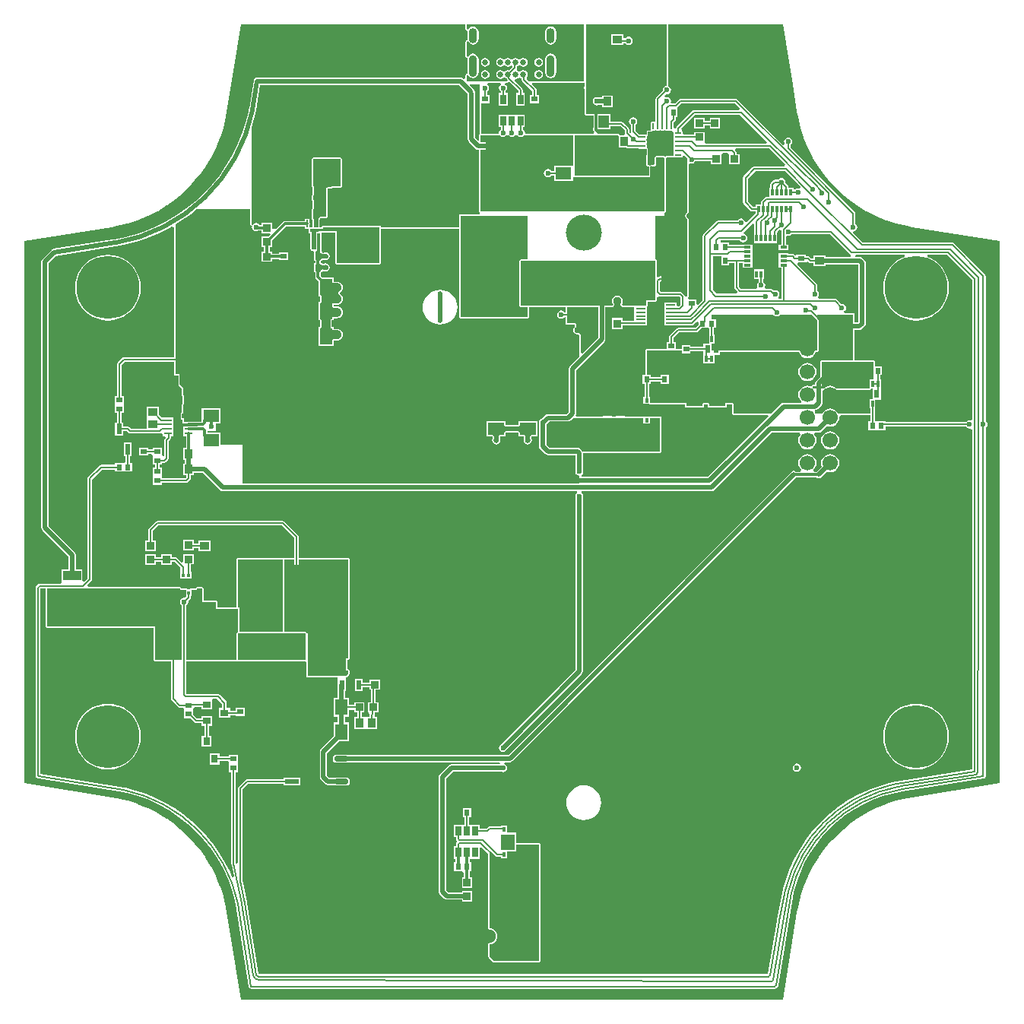
<source format=gbl>
G04*
G04 #@! TF.GenerationSoftware,Altium Limited,Altium Designer,20.0.11 (256)*
G04*
G04 Layer_Physical_Order=2*
G04 Layer_Color=16711680*
%FSLAX25Y25*%
%MOIN*%
G70*
G01*
G75*
%ADD12C,0.00787*%
%ADD14C,0.03937*%
%ADD15C,0.01968*%
%ADD16R,0.02756X0.02362*%
%ADD19R,0.03347X0.03347*%
%ADD20R,0.05512X0.07087*%
%ADD47O,0.03543X0.06693*%
%ADD48O,0.03543X0.09449*%
%ADD49C,0.02559*%
%ADD50R,0.05906X0.05906*%
%ADD51C,0.05906*%
%ADD52C,0.06693*%
%ADD53R,0.06693X0.06693*%
%ADD54C,0.06000*%
%ADD55C,0.09055*%
%ADD56O,0.02165X0.13976*%
%ADD57C,0.15748*%
%ADD58C,0.03543*%
%ADD59R,0.03543X0.03543*%
%ADD60C,0.27559*%
%ADD61C,0.02362*%
%ADD62R,0.04528X0.05512*%
%ADD63R,0.04331X0.00787*%
%ADD64R,0.07008X0.09252*%
%ADD65R,0.02559X0.04331*%
%ADD66R,0.04488X0.07992*%
%ADD67R,0.03937X0.03543*%
%ADD68R,0.02413X0.03740*%
%ADD69R,0.01181X0.02854*%
%ADD70R,0.02362X0.02756*%
%ADD71R,0.07087X0.05512*%
%ADD72R,0.05512X0.04528*%
%ADD73R,0.01575X0.01968*%
%ADD74R,0.07480X0.04331*%
%ADD75R,0.03543X0.03937*%
%ADD76R,0.04528X0.05512*%
%ADD77R,0.03347X0.03347*%
%ADD78R,0.11024X0.07480*%
%ADD79R,0.01000X0.03347*%
%ADD80R,0.01378X0.06102*%
%ADD81R,0.00787X0.07284*%
%ADD82R,0.02362X0.04528*%
%ADD83R,0.03543X0.06299*%
%ADD84R,0.03543X0.00984*%
%ADD85R,0.07992X0.04488*%
%ADD86R,0.07795X0.16142*%
%ADD87R,0.03583X0.04803*%
%ADD88R,0.04803X0.03583*%
%ADD89R,0.02362X0.04134*%
%ADD90R,0.06063X0.02362*%
G04:AMPARAMS|DCode=91|XSize=60.63mil|YSize=23.62mil|CornerRadius=5.91mil|HoleSize=0mil|Usage=FLASHONLY|Rotation=0.000|XOffset=0mil|YOffset=0mil|HoleType=Round|Shape=RoundedRectangle|*
%AMROUNDEDRECTD91*
21,1,0.06063,0.01181,0,0,0.0*
21,1,0.04882,0.02362,0,0,0.0*
1,1,0.01181,0.02441,-0.00591*
1,1,0.01181,-0.02441,-0.00591*
1,1,0.01181,-0.02441,0.00591*
1,1,0.01181,0.02441,0.00591*
%
%ADD91ROUNDEDRECTD91*%
%ADD92R,0.03543X0.03150*%
%ADD93R,0.03150X0.03543*%
%ADD94R,0.06299X0.07087*%
%ADD95R,0.01378X0.02087*%
%ADD96R,0.03347X0.02087*%
%ADD97R,0.01400X0.03000*%
%ADD98R,0.10630X0.10630*%
%ADD99R,0.03150X0.01181*%
%ADD100R,0.01181X0.03150*%
%ADD101R,0.06299X0.03937*%
%ADD102R,0.01181X0.01772*%
G04:AMPARAMS|DCode=103|XSize=9.84mil|YSize=29.53mil|CornerRadius=2.46mil|HoleSize=0mil|Usage=FLASHONLY|Rotation=270.000|XOffset=0mil|YOffset=0mil|HoleType=Round|Shape=RoundedRectangle|*
%AMROUNDEDRECTD103*
21,1,0.00984,0.02461,0,0,270.0*
21,1,0.00492,0.02953,0,0,270.0*
1,1,0.00492,-0.01230,-0.00246*
1,1,0.00492,-0.01230,0.00246*
1,1,0.00492,0.01230,0.00246*
1,1,0.00492,0.01230,-0.00246*
%
%ADD103ROUNDEDRECTD103*%
G04:AMPARAMS|DCode=104|XSize=9.84mil|YSize=29.53mil|CornerRadius=2.46mil|HoleSize=0mil|Usage=FLASHONLY|Rotation=180.000|XOffset=0mil|YOffset=0mil|HoleType=Round|Shape=RoundedRectangle|*
%AMROUNDEDRECTD104*
21,1,0.00984,0.02461,0,0,180.0*
21,1,0.00492,0.02953,0,0,180.0*
1,1,0.00492,-0.00246,0.01230*
1,1,0.00492,0.00246,0.01230*
1,1,0.00492,0.00246,-0.01230*
1,1,0.00492,-0.00246,-0.01230*
%
%ADD104ROUNDEDRECTD104*%
%ADD105R,0.00984X0.02953*%
%ADD106R,0.08500X0.07000*%
%ADD107C,0.01181*%
G36*
X208661Y287402D02*
X184504D01*
X183537Y288368D01*
Y288899D01*
X183540Y288901D01*
X183956Y289523D01*
X184102Y290256D01*
X183956Y290990D01*
X183540Y291611D01*
X182919Y292027D01*
X182185Y292173D01*
X181452Y292027D01*
X180830Y291611D01*
X180762Y291509D01*
X180262D01*
X180193Y291611D01*
X179572Y292027D01*
X179361Y292069D01*
X179313Y292226D01*
X179251Y292600D01*
X179435Y292876D01*
X179513Y293263D01*
Y293788D01*
X179572Y293800D01*
X180193Y294215D01*
X180262Y294318D01*
X180762D01*
X180830Y294215D01*
X181452Y293800D01*
X182185Y293654D01*
X182919Y293800D01*
X183540Y294215D01*
X183956Y294837D01*
X184102Y295570D01*
X183956Y296304D01*
X183540Y296925D01*
X182919Y297341D01*
X182185Y297487D01*
X181452Y297341D01*
X180830Y296925D01*
X180762Y296823D01*
X180262D01*
X180193Y296925D01*
X179572Y297341D01*
X178838Y297487D01*
X178105Y297341D01*
X177483Y296925D01*
X177415Y296824D01*
X176915D01*
X176847Y296925D01*
X176226Y297341D01*
X175492Y297487D01*
X174759Y297341D01*
X174137Y296925D01*
X174069Y296823D01*
X173569D01*
X173500Y296925D01*
X172879Y297341D01*
X172145Y297487D01*
X171412Y297341D01*
X170790Y296925D01*
X170375Y296304D01*
X170229Y295570D01*
X170375Y294837D01*
X170790Y294215D01*
X171412Y293800D01*
X172145Y293654D01*
X172879Y293800D01*
X173500Y294215D01*
X173569Y294318D01*
X174069D01*
X174137Y294215D01*
X174759Y293800D01*
X175492Y293654D01*
X176226Y293800D01*
X176847Y294215D01*
X177318Y294020D01*
X177486Y293846D01*
Y293683D01*
X175896Y292092D01*
X175492Y292173D01*
X174759Y292027D01*
X174137Y291611D01*
X174069Y291509D01*
X173569D01*
X173500Y291611D01*
X172879Y292027D01*
X172145Y292173D01*
X171412Y292027D01*
X170790Y291611D01*
X170375Y290990D01*
X170229Y290256D01*
X170375Y289523D01*
X170790Y288901D01*
X171412Y288486D01*
X172145Y288340D01*
X172879Y288486D01*
X173500Y288901D01*
X173569Y289004D01*
X174069D01*
X174137Y288901D01*
X174759Y288486D01*
X174872Y288463D01*
X174895Y288348D01*
X175115Y288019D01*
X175271Y287863D01*
X175079Y287402D01*
X157480D01*
Y289995D01*
X157980Y290121D01*
X158428Y289452D01*
X159212Y288927D01*
X160137Y288743D01*
X161063Y288927D01*
X161847Y289452D01*
X162371Y290236D01*
X162555Y291161D01*
Y297067D01*
X162371Y297992D01*
X161847Y298777D01*
X161063Y299301D01*
X160137Y299485D01*
X159212Y299301D01*
X158428Y298777D01*
X157980Y298107D01*
X157480Y298233D01*
Y304680D01*
X157980Y304806D01*
X158428Y304137D01*
X159212Y303612D01*
X160137Y303429D01*
X161063Y303612D01*
X161847Y304137D01*
X162371Y304921D01*
X162555Y305846D01*
Y308996D01*
X162371Y309922D01*
X161847Y310706D01*
X161063Y311230D01*
X160137Y311414D01*
X159212Y311230D01*
X158428Y310706D01*
X157980Y310037D01*
X157480Y310162D01*
Y312197D01*
X208661D01*
Y287402D01*
D02*
G37*
G36*
X181045Y288758D02*
X181452Y288486D01*
X181511Y288474D01*
Y287948D01*
X181588Y287560D01*
X181808Y287232D01*
X185995Y283045D01*
Y281309D01*
X185030D01*
Y277747D01*
X188986D01*
Y281309D01*
X188021D01*
Y283465D01*
X187944Y283852D01*
X187724Y284181D01*
X185881Y286025D01*
X186182Y286752D01*
X208661D01*
X208996Y286528D01*
Y285210D01*
X208952Y285144D01*
X208814Y284449D01*
X208952Y283754D01*
X208996Y283688D01*
Y273041D01*
X209187Y272582D01*
X209646Y272392D01*
X212844D01*
Y266458D01*
X212750Y266230D01*
Y266101D01*
X212700Y265981D01*
X212750Y265862D01*
Y265733D01*
X212841Y265641D01*
X212890Y265522D01*
X213256Y265156D01*
X212954Y264429D01*
X204724D01*
X204400Y264295D01*
X204075Y264429D01*
X183193Y264429D01*
X182918Y264764D01*
X182780Y265459D01*
X182387Y266048D01*
X182115Y266229D01*
Y267231D01*
X182765D01*
Y272761D01*
X171526D01*
Y267231D01*
X172215D01*
Y266229D01*
X171944Y266048D01*
X171551Y265459D01*
X171412Y264764D01*
X171138Y264429D01*
X163642D01*
X163642Y277747D01*
X167332D01*
Y281309D01*
X166367D01*
Y282984D01*
X166638Y283165D01*
X167032Y283754D01*
X167170Y284449D01*
X167032Y285144D01*
X166638Y285733D01*
X166291Y285965D01*
X166530Y286752D01*
X172052D01*
X172291Y285965D01*
X171944Y285733D01*
X171551Y285144D01*
X171412Y284449D01*
X171551Y283754D01*
X171944Y283165D01*
X172215Y282984D01*
Y282210D01*
X171526D01*
Y276679D01*
X175285D01*
Y282210D01*
X174241D01*
Y282984D01*
X174512Y283165D01*
X174906Y283754D01*
X175044Y284449D01*
X174906Y285144D01*
X174512Y285733D01*
X174165Y285965D01*
X174404Y286752D01*
X175079D01*
X175199Y286802D01*
X175328D01*
X175419Y286893D01*
X175538Y286942D01*
X176315Y286819D01*
X179873Y283261D01*
Y282210D01*
X179006D01*
Y276679D01*
X182765D01*
Y282210D01*
X181899D01*
Y283681D01*
X181822Y284069D01*
X181602Y284398D01*
X178369Y287631D01*
X178757Y288356D01*
X178838Y288340D01*
X179572Y288486D01*
X179979Y288758D01*
X180512Y288848D01*
X181045Y288758D01*
D02*
G37*
G36*
X298965Y294062D02*
X298965Y294062D01*
X300265Y285853D01*
Y285853D01*
X302142Y274003D01*
X302148Y273988D01*
X302148Y273972D01*
X302556Y271682D01*
X302574Y271636D01*
X302576Y271587D01*
X303662Y267064D01*
X303689Y267005D01*
X303697Y266941D01*
X305134Y262517D01*
X305166Y262460D01*
X305179Y262396D01*
X306959Y258099D01*
X306995Y258045D01*
X307013Y257982D01*
X309124Y253837D01*
X309165Y253786D01*
X309187Y253726D01*
X311618Y249759D01*
X311662Y249712D01*
X311689Y249653D01*
X314423Y245889D01*
X314471Y245845D01*
X314503Y245789D01*
X317524Y242251D01*
X317575Y242211D01*
X317611Y242157D01*
X320900Y238868D01*
X320954Y238832D01*
X320994Y238781D01*
X324532Y235760D01*
X324588Y235728D01*
X324632Y235680D01*
X328396Y232946D01*
X328454Y232919D01*
X328502Y232875D01*
X332469Y230444D01*
X332529Y230422D01*
X332580Y230382D01*
X336725Y228270D01*
X336788Y228252D01*
X336842Y228216D01*
X341139Y226436D01*
X341203Y226423D01*
X341260Y226392D01*
X345684Y224954D01*
X345748Y224946D01*
X345807Y224919D01*
X350330Y223833D01*
X350379Y223831D01*
X350424Y223814D01*
X352715Y223405D01*
X352731Y223405D01*
X352746Y223399D01*
X390936Y217351D01*
X390940Y-20503D01*
X352746Y-26552D01*
X352731Y-26558D01*
X352715Y-26558D01*
X350424Y-26967D01*
X350379Y-26984D01*
X350330Y-26986D01*
X345807Y-28072D01*
X345748Y-28100D01*
X345684Y-28107D01*
X341260Y-29545D01*
X341203Y-29576D01*
X341139Y-29589D01*
X336842Y-31369D01*
X336788Y-31405D01*
X336725Y-31423D01*
X332580Y-33535D01*
X332529Y-33575D01*
X332469Y-33597D01*
X328502Y-36028D01*
X328454Y-36072D01*
X328396Y-36099D01*
X324632Y-38833D01*
X324588Y-38881D01*
X324532Y-38913D01*
X320994Y-41934D01*
X320954Y-41985D01*
X320900Y-42021D01*
X317611Y-45310D01*
X317575Y-45364D01*
X317524Y-45404D01*
X314503Y-48942D01*
X314471Y-48998D01*
X314423Y-49042D01*
X311689Y-52806D01*
X311662Y-52865D01*
X311618Y-52912D01*
X309187Y-56879D01*
X309165Y-56940D01*
X309124Y-56990D01*
X307013Y-61135D01*
X306995Y-61198D01*
X306959Y-61252D01*
X305179Y-65549D01*
X305166Y-65613D01*
X305134Y-65670D01*
X303697Y-70094D01*
X303689Y-70158D01*
X303662Y-70217D01*
X302576Y-74741D01*
X302574Y-74789D01*
X302556Y-74835D01*
X302148Y-77125D01*
X302148Y-77140D01*
X302143Y-77154D01*
X296044Y-115350D01*
X58240D01*
X54067Y-89006D01*
X54067Y-89006D01*
X52190Y-77156D01*
X52185Y-77141D01*
X52185Y-77125D01*
X51776Y-74835D01*
X51758Y-74789D01*
X51757Y-74741D01*
X50671Y-70217D01*
X50643Y-70158D01*
X50636Y-70094D01*
X49198Y-65670D01*
X49167Y-65613D01*
X49154Y-65549D01*
X47374Y-61252D01*
X47338Y-61198D01*
X47320Y-61135D01*
X45208Y-56990D01*
X45168Y-56940D01*
X45146Y-56879D01*
X42715Y-52912D01*
X42671Y-52865D01*
X42644Y-52806D01*
X39909Y-49042D01*
X39862Y-48998D01*
X39830Y-48942D01*
X36809Y-45404D01*
X36758Y-45364D01*
X36722Y-45310D01*
X33433Y-42021D01*
X33379Y-41985D01*
X33338Y-41934D01*
X29801Y-38913D01*
X29745Y-38881D01*
X29701Y-38833D01*
X25937Y-36099D01*
X25878Y-36072D01*
X25831Y-36028D01*
X21864Y-33597D01*
X21803Y-33575D01*
X21752Y-33535D01*
X17607Y-31423D01*
X17545Y-31405D01*
X17491Y-31369D01*
X13193Y-29589D01*
X13130Y-29576D01*
X13073Y-29545D01*
X8649Y-28107D01*
X8585Y-28100D01*
X8526Y-28072D01*
X4002Y-26986D01*
X3954Y-26984D01*
X3908Y-26967D01*
X1618Y-26558D01*
X1603Y-26558D01*
X1588Y-26553D01*
X-36608Y-20454D01*
Y217301D01*
X1588Y223400D01*
X1603Y223405D01*
X1618Y223405D01*
X3908Y223814D01*
X3954Y223831D01*
X4002Y223833D01*
X8526Y224919D01*
X8585Y224946D01*
X8649Y224954D01*
X13073Y226392D01*
X13130Y226423D01*
X13193Y226436D01*
X17491Y228216D01*
X17545Y228252D01*
X17607Y228270D01*
X21752Y230382D01*
X21803Y230422D01*
X21864Y230444D01*
X25831Y232875D01*
X25878Y232919D01*
X25937Y232946D01*
X29701Y235680D01*
X29745Y235728D01*
X29801Y235760D01*
X33338Y238781D01*
X33379Y238832D01*
X33433Y238868D01*
X36722Y242157D01*
X36758Y242211D01*
X36809Y242251D01*
X39830Y245789D01*
X39862Y245845D01*
X39909Y245889D01*
X42644Y249653D01*
X42671Y249712D01*
X42715Y249759D01*
X45146Y253726D01*
X45168Y253786D01*
X45208Y253837D01*
X47320Y257982D01*
X47338Y258045D01*
X47374Y258099D01*
X49154Y262396D01*
X49167Y262460D01*
X49198Y262517D01*
X50636Y266941D01*
X50643Y267005D01*
X50671Y267064D01*
X51757Y271587D01*
X51758Y271636D01*
X51776Y271682D01*
X52185Y273972D01*
X52185Y273988D01*
X52191Y274003D01*
X54067Y285853D01*
X55367Y294060D01*
X58287Y312197D01*
X156831D01*
Y310162D01*
X156898Y310001D01*
X156923Y309829D01*
X156990Y309779D01*
X157021Y309703D01*
X157182Y309636D01*
X157322Y309532D01*
X157802Y309412D01*
X157719Y308996D01*
Y305846D01*
X157802Y305431D01*
X157322Y305310D01*
X157182Y305206D01*
X157021Y305140D01*
X156990Y305063D01*
X156923Y305014D01*
X156898Y304842D01*
X156831Y304680D01*
Y298233D01*
X156898Y298072D01*
X156923Y297899D01*
X156990Y297850D01*
X157021Y297774D01*
X157182Y297707D01*
X157322Y297603D01*
X157802Y297483D01*
X157719Y297067D01*
Y291161D01*
X157802Y290746D01*
X157322Y290625D01*
X157182Y290521D01*
X157021Y290455D01*
X156990Y290378D01*
X156923Y290329D01*
X156898Y290157D01*
X156831Y289995D01*
Y288490D01*
X156102Y288192D01*
X155769Y288532D01*
X155762Y288537D01*
X155757Y288544D01*
X155502Y288714D01*
X155248Y288888D01*
X155240Y288889D01*
X155233Y288894D01*
X154932Y288954D01*
X154631Y289017D01*
X154623Y289015D01*
X154615Y289017D01*
X65469D01*
X65285Y288980D01*
X65096Y288973D01*
X64978Y288919D01*
X64851Y288894D01*
X64695Y288789D01*
X64523Y288711D01*
X64435Y288616D01*
X64327Y288544D01*
X64223Y288387D01*
X64094Y288249D01*
X64049Y288127D01*
X63977Y288020D01*
X63940Y287835D01*
X63875Y287658D01*
X61862Y275159D01*
X61860Y275157D01*
X61860D01*
X61666Y274083D01*
X60387Y269073D01*
X58755Y264168D01*
X56776Y259391D01*
X54462Y254768D01*
X51824Y250321D01*
X48875Y246074D01*
X45631Y242049D01*
X42108Y238264D01*
X38324Y234741D01*
X34298Y231497D01*
X30051Y228548D01*
X25604Y225910D01*
X20981Y223596D01*
X16204Y221617D01*
X11299Y219985D01*
X6289Y218706D01*
X2855Y218086D01*
X2855Y218087D01*
Y218086D01*
X2080Y217949D01*
X-23871Y213806D01*
X-24049Y213740D01*
X-24234Y213703D01*
X-24341Y213631D01*
X-24462Y213587D01*
X-24601Y213458D01*
X-24758Y213353D01*
X-28701Y209410D01*
X-29051Y208886D01*
X-29174Y208268D01*
Y204724D01*
Y91536D01*
X-29051Y90917D01*
X-28701Y90393D01*
X-17363Y79055D01*
Y73356D01*
X-20344D01*
Y67668D01*
X-20344D01*
X-20532Y66958D01*
X-29921D01*
Y66974D01*
X-30616Y66835D01*
X-30649Y66813D01*
X-31205Y66442D01*
X-31577Y65885D01*
X-31599Y65852D01*
X-31737Y65158D01*
X-31722D01*
Y-17194D01*
X-31645Y-17581D01*
X-31425Y-17910D01*
X-31096Y-18130D01*
X-30866Y-18175D01*
X-30695Y-18334D01*
X-30324Y-18471D01*
X6539Y-24357D01*
X6561Y-24389D01*
Y-24389D01*
X8506Y-24776D01*
X13337Y-26139D01*
X18047Y-27876D01*
X22605Y-29978D01*
X26985Y-32430D01*
X31159Y-35219D01*
X35100Y-38327D01*
X38787Y-41734D01*
X42194Y-45420D01*
X45301Y-49362D01*
X48090Y-53536D01*
X50543Y-57915D01*
X52644Y-62474D01*
X54382Y-67183D01*
X55744Y-72014D01*
X56073Y-73665D01*
X56073D01*
X56101Y-73685D01*
X61806Y-109706D01*
X61847Y-109818D01*
X61871Y-109935D01*
X61915Y-110002D01*
X61943Y-110077D01*
X62024Y-110164D01*
X62090Y-110264D01*
X62157Y-110308D01*
X62211Y-110367D01*
X62320Y-110417D01*
X62419Y-110483D01*
X62498Y-110499D01*
X62570Y-110532D01*
X62690Y-110537D01*
X62807Y-110560D01*
X292315D01*
Y-110576D01*
X293010Y-110438D01*
X293043Y-110416D01*
X293599Y-110044D01*
X293993Y-109455D01*
X294053Y-109152D01*
X294093Y-109044D01*
X300236Y-70575D01*
X300270Y-70552D01*
X300270D01*
X300696Y-68410D01*
X301951Y-63961D01*
X303550Y-59625D01*
X305485Y-55428D01*
X307744Y-51395D01*
X310311Y-47553D01*
X313173Y-43923D01*
X316310Y-40529D01*
X319704Y-37392D01*
X323333Y-34530D01*
X327176Y-31963D01*
X331209Y-29704D01*
X335406Y-27770D01*
X339742Y-26170D01*
X344191Y-24915D01*
X348367Y-24084D01*
X348375Y-24085D01*
X384017Y-18440D01*
X384129Y-18398D01*
X384246Y-18375D01*
X384313Y-18330D01*
X384388Y-18303D01*
X384475Y-18222D01*
X384575Y-18155D01*
X384619Y-18089D01*
X384678Y-18034D01*
X384728Y-17926D01*
X384794Y-17827D01*
X384810Y-17748D01*
X384843Y-17675D01*
X384848Y-17556D01*
X384871Y-17439D01*
Y135346D01*
X385142Y135527D01*
X385536Y136116D01*
X385674Y136811D01*
X385536Y137506D01*
X385142Y138095D01*
X384871Y138276D01*
Y201969D01*
X384794Y202356D01*
X384575Y202685D01*
X370992Y216268D01*
X370663Y216487D01*
X370276Y216564D01*
X331148D01*
X326800Y220862D01*
X327098Y221674D01*
X327467Y221747D01*
X328056Y222141D01*
X328449Y222730D01*
X328588Y223425D01*
X328449Y224120D01*
X328056Y224709D01*
X327785Y224890D01*
Y229429D01*
X327708Y229817D01*
X327488Y230146D01*
X299241Y258392D01*
Y259362D01*
X299512Y259543D01*
X299906Y260132D01*
X300044Y260827D01*
X299906Y261522D01*
X299512Y262111D01*
X298923Y262505D01*
X298228Y262643D01*
X297533Y262505D01*
X296944Y262111D01*
X296551Y261522D01*
X296412Y260827D01*
X296551Y260132D01*
X296802Y259755D01*
X296191Y259253D01*
X276184Y279260D01*
X275855Y279479D01*
X275468Y279556D01*
X250984D01*
X250596Y279479D01*
X250268Y279260D01*
X248596Y277588D01*
X247457D01*
X246861Y278375D01*
X246895Y278543D01*
X246757Y279238D01*
X246363Y279827D01*
X245774Y280221D01*
X245079Y280359D01*
X244384Y280221D01*
X244377Y280217D01*
X243875Y280828D01*
X244759Y281712D01*
X245079Y281649D01*
X245774Y281787D01*
X246363Y282181D01*
X246757Y282770D01*
X246895Y283465D01*
X246757Y284159D01*
X246363Y284749D01*
X245774Y285142D01*
X245716Y285251D01*
X245728Y285281D01*
Y312197D01*
X296093D01*
X298965Y294062D01*
D02*
G37*
G36*
X245079Y285281D02*
X244384Y285142D01*
X243795Y284749D01*
X243401Y284159D01*
X243263Y283465D01*
X243326Y283145D01*
X240425Y280244D01*
X240206Y279915D01*
X240128Y279528D01*
Y270092D01*
X240002Y269976D01*
X239629Y269768D01*
X239419Y269810D01*
X238927D01*
X238597Y269744D01*
X238317Y269557D01*
X238130Y269277D01*
X238065Y268947D01*
Y266486D01*
X238110Y266258D01*
X237922Y265909D01*
X237795Y265757D01*
X236211D01*
Y264146D01*
X236132Y264085D01*
X235711Y263859D01*
X235482Y263904D01*
X234168D01*
X234154Y263907D01*
X233161D01*
X231328Y265740D01*
Y268220D01*
X231599Y268401D01*
X231993Y268990D01*
X232131Y269685D01*
X231993Y270380D01*
X231599Y270969D01*
X231010Y271363D01*
X230315Y271501D01*
X229620Y271363D01*
X229031Y270969D01*
X228637Y270380D01*
X228499Y269685D01*
X228637Y268990D01*
X229031Y268401D01*
X229302Y268220D01*
Y265320D01*
X229357Y265044D01*
X228965Y264758D01*
X228944Y264750D01*
X228582Y265112D01*
Y266256D01*
X228504Y266643D01*
X228285Y266972D01*
X225840Y269417D01*
X225511Y269637D01*
X225123Y269714D01*
X220384D01*
Y273041D01*
X214656D01*
Y266329D01*
X220384D01*
Y267688D01*
X224704D01*
X226555Y265836D01*
Y264693D01*
X226632Y264305D01*
X226649Y264280D01*
X226382Y263779D01*
X224441D01*
X224163Y264161D01*
X224117Y264189D01*
X224097Y264239D01*
X223911Y264316D01*
X223739Y264421D01*
X223687Y264408D01*
X223638Y264429D01*
X214902Y264429D01*
X213350Y265981D01*
X213494Y266329D01*
X213494D01*
Y273041D01*
X209646D01*
Y312197D01*
X245079D01*
Y285281D01*
D02*
G37*
G36*
X277155Y275423D02*
X276829Y274635D01*
X256890D01*
X256502Y274558D01*
X256173Y274339D01*
X249284Y267449D01*
X249064Y267120D01*
X248993Y266763D01*
X248943Y266729D01*
X248833Y266752D01*
X248156Y267266D01*
Y267800D01*
X248159Y267815D01*
Y269364D01*
X248748Y269953D01*
X248968Y270282D01*
X249045Y270669D01*
Y271644D01*
X249813D01*
Y275600D01*
X250130Y276256D01*
X251404Y277530D01*
X275048D01*
X277155Y275423D01*
D02*
G37*
G36*
X244503Y265689D02*
X244833Y265624D01*
X245325D01*
X245655Y265689D01*
X246063Y265831D01*
X246471Y265689D01*
X246801Y265624D01*
X247293D01*
X247907Y265010D01*
Y264518D01*
X247973Y264188D01*
X248160Y263908D01*
Y263651D01*
X247973Y263371D01*
X247907Y263041D01*
Y262549D01*
X247973Y262219D01*
X248160Y261939D01*
Y261683D01*
X247973Y261403D01*
X247907Y261073D01*
Y260581D01*
X247973Y260251D01*
X248115Y259842D01*
X247973Y259434D01*
X247907Y259104D01*
Y258612D01*
X247973Y258282D01*
X248160Y258002D01*
Y257746D01*
X247973Y257466D01*
X247907Y257136D01*
Y256644D01*
X247973Y256314D01*
X248115Y255906D01*
X247973Y255497D01*
X247907Y255167D01*
Y254675D01*
X247826Y254577D01*
X245008D01*
X245004Y254575D01*
X244999Y254577D01*
X244931Y254548D01*
X244380Y254429D01*
X243820Y254566D01*
X243811Y254572D01*
X243768Y254560D01*
X243728Y254577D01*
X240506D01*
X240416Y254540D01*
X240319Y254550D01*
X240195Y254448D01*
X240046Y254387D01*
X240009Y254297D01*
X239934Y254235D01*
X239665Y253735D01*
X239642Y253517D01*
X239599Y253301D01*
X239633Y253135D01*
Y250971D01*
X239083Y250613D01*
X239048Y250602D01*
X238815Y250576D01*
X238678Y250668D01*
X238535Y250697D01*
X238458Y250756D01*
X238391Y250747D01*
X238317Y250778D01*
X238291D01*
X238238Y250756D01*
X238191Y250765D01*
X238106Y250709D01*
X237965Y250690D01*
X237529Y250438D01*
X237254Y250505D01*
X237205Y250525D01*
X237170D01*
X236805Y250614D01*
X236773Y250661D01*
X236746Y250802D01*
Y253135D01*
X236799Y253402D01*
X236789Y253449D01*
X236841Y253574D01*
Y254857D01*
X236848Y254892D01*
X236835Y254958D01*
X236860Y255019D01*
Y257480D01*
X236849Y257508D01*
X236858Y257536D01*
X236755Y257734D01*
X236670Y257939D01*
X236631Y257974D01*
X236629Y257977D01*
X236582Y258017D01*
X236279Y258282D01*
X236345Y258612D01*
Y259104D01*
X236279Y259435D01*
X236137Y259842D01*
X236279Y260251D01*
X236345Y260581D01*
Y261073D01*
X236279Y261403D01*
X236092Y261683D01*
Y261939D01*
X236279Y262219D01*
X236345Y262549D01*
Y263041D01*
X236529Y263571D01*
X236529Y263571D01*
X236608Y263632D01*
X236613Y263640D01*
X236670Y263687D01*
X236751Y263881D01*
X236855Y264063D01*
X236855Y264063D01*
X236844Y264106D01*
X236860Y264146D01*
Y265108D01*
X237795D01*
X237823Y265120D01*
X237851Y265110D01*
X238049Y265213D01*
X238254Y265298D01*
X238289Y265338D01*
X238292Y265340D01*
X238332Y265387D01*
X238597Y265689D01*
X238927Y265624D01*
X239419D01*
X239749Y265689D01*
X240029Y265876D01*
X240286D01*
X240565Y265689D01*
X240896Y265624D01*
X241388D01*
X241718Y265689D01*
X242126Y265831D01*
X242534Y265689D01*
X242864Y265624D01*
X243356D01*
X243686Y265689D01*
X243966Y265876D01*
X244223D01*
X244503Y265689D01*
D02*
G37*
G36*
X162992Y264266D02*
X162927Y264239D01*
X162736Y263779D01*
Y261461D01*
X162275Y261270D01*
X161064Y262480D01*
Y281665D01*
X161063Y281671D01*
X160942Y282592D01*
X160584Y283457D01*
X160068Y284128D01*
X160037Y284177D01*
X158596Y285647D01*
X158789Y286108D01*
X162992D01*
X162992Y264266D01*
D02*
G37*
G36*
X289149Y260599D02*
X288848Y259871D01*
X262052D01*
X261722Y260522D01*
Y265069D01*
X257176D01*
Y263808D01*
X252694D01*
X252613Y263854D01*
X252093Y264518D01*
Y265010D01*
X252027Y265340D01*
X251840Y265620D01*
X251597Y265783D01*
X251557Y265820D01*
X251336Y266635D01*
X257309Y272609D01*
X277139D01*
X289149Y260599D01*
D02*
G37*
G36*
X171744Y263779D02*
X171944Y263480D01*
X172533Y263086D01*
X173228Y262948D01*
X173923Y263086D01*
X174512Y263480D01*
X174713Y263779D01*
X175681D01*
X175881Y263480D01*
X176470Y263086D01*
X177165Y262948D01*
X177860Y263086D01*
X178449Y263480D01*
X178650Y263779D01*
X179618D01*
X179818Y263480D01*
X180407Y263086D01*
X181102Y262948D01*
X181797Y263086D01*
X182387Y263480D01*
X182587Y263779D01*
X204075Y263779D01*
X204075Y250850D01*
X203946Y250403D01*
X203575Y250403D01*
X195660D01*
Y248060D01*
X194378D01*
X194197Y248331D01*
X193608Y248725D01*
X192913Y248863D01*
X192218Y248725D01*
X191629Y248331D01*
X191236Y247742D01*
X191097Y247047D01*
X191236Y246352D01*
X191629Y245763D01*
X192218Y245370D01*
X192913Y245231D01*
X193608Y245370D01*
X194197Y245763D01*
X194378Y246034D01*
X195660D01*
Y243691D01*
X203946D01*
Y245269D01*
X204447Y245529D01*
X204724Y245413D01*
X237205Y245413D01*
X237664Y245604D01*
X237854Y246063D01*
Y249875D01*
X238291Y250128D01*
X238317D01*
X238597Y249941D01*
X238927Y249876D01*
X239419D01*
X239749Y249941D01*
X240029Y250128D01*
X240216Y250408D01*
X240282Y250738D01*
Y253199D01*
X240236Y253428D01*
X240506Y253928D01*
X243728D01*
X243789Y253848D01*
X244016Y253428D01*
X243970Y253199D01*
Y250738D01*
X244036Y250408D01*
X244094Y250320D01*
X244094Y230315D01*
X163386Y230315D01*
X163386Y257290D01*
X168070D01*
X168307Y257243D01*
X168925Y257366D01*
X169449Y257716D01*
X169799Y258240D01*
X169922Y258858D01*
X169799Y259476D01*
X169449Y260000D01*
X169402Y260048D01*
X168878Y260398D01*
X168260Y260521D01*
X163386D01*
Y263779D01*
X171744D01*
D02*
G37*
G36*
X253937Y253488D02*
Y229831D01*
X253637Y229631D01*
X253243Y229041D01*
X253105Y228346D01*
X253243Y227652D01*
X253637Y227062D01*
X253937Y226862D01*
Y195679D01*
X253928D01*
Y192913D01*
X252982D01*
X252905Y193301D01*
X252685Y193630D01*
X251701Y194614D01*
X251372Y194834D01*
X250984Y194911D01*
X242546D01*
X242155Y195302D01*
Y199383D01*
X242546Y199774D01*
X245079D01*
X245466Y199851D01*
X245795Y200071D01*
X246015Y200400D01*
X246092Y200787D01*
X246015Y201175D01*
X245795Y201504D01*
X245466Y201724D01*
X245079Y201801D01*
X245079Y201801D01*
X242126D01*
X241738Y201724D01*
X241410Y201504D01*
X241269Y201363D01*
X240807Y201554D01*
Y208661D01*
X240617Y209121D01*
X240158Y209311D01*
Y228346D01*
X244094D01*
Y229665D01*
X244554Y229856D01*
X244744Y230315D01*
X244744Y250320D01*
X244671Y250495D01*
X244668Y250512D01*
X244673Y250535D01*
X244619Y250802D01*
Y253135D01*
X244653Y253301D01*
X244627Y253428D01*
X244751Y253662D01*
X245008Y253928D01*
X248041D01*
X248041Y253928D01*
X248514Y253863D01*
X248770Y253813D01*
X251230D01*
X251560Y253878D01*
X251840Y254065D01*
X252027Y254345D01*
X252085Y254634D01*
X252207Y254711D01*
X252593Y254833D01*
X253937Y253488D01*
D02*
G37*
G36*
X296963Y250816D02*
X296637Y250029D01*
X283465D01*
X283077Y249952D01*
X282748Y249732D01*
X278811Y245795D01*
X278591Y245466D01*
X278514Y245079D01*
Y234252D01*
X278591Y233864D01*
X278811Y233536D01*
X281764Y230583D01*
X282093Y230363D01*
X282480Y230286D01*
X283976D01*
Y229306D01*
X280130Y225461D01*
X279305Y225748D01*
X279237Y226089D01*
X278843Y226678D01*
X278254Y227071D01*
X277559Y227210D01*
X276864Y227071D01*
X276275Y226678D01*
X276094Y226407D01*
X267717D01*
X267329Y226330D01*
X267000Y226110D01*
X261095Y220205D01*
X260875Y219876D01*
X260798Y219488D01*
Y191365D01*
X258611Y189178D01*
X257884Y189479D01*
Y191742D01*
X254703D01*
X254703Y191742D01*
X254418Y192529D01*
X254577Y192913D01*
Y195656D01*
X254587Y195679D01*
Y226862D01*
X254561Y226923D01*
X254574Y226989D01*
X254469Y227146D01*
X254396Y227321D01*
X254335Y227347D01*
X254298Y227402D01*
X254105Y227531D01*
X253855Y227905D01*
X253767Y228346D01*
X253855Y228788D01*
X254105Y229162D01*
X254298Y229291D01*
X254335Y229346D01*
X254396Y229372D01*
X254469Y229547D01*
X254574Y229704D01*
X254561Y229769D01*
X254587Y229831D01*
Y250745D01*
X254820Y250943D01*
X255374Y251242D01*
X255906Y251137D01*
X256600Y251275D01*
X257190Y251669D01*
X257502Y252136D01*
X264459D01*
Y250876D01*
X269005D01*
Y255423D01*
X269605Y255877D01*
X271734D01*
X272333Y255423D01*
Y250876D01*
X276880D01*
Y255423D01*
X275620D01*
Y255906D01*
X275542Y256293D01*
X275323Y256622D01*
X274887Y257058D01*
X275213Y257845D01*
X289935D01*
X296963Y250816D01*
D02*
G37*
G36*
X223638Y263779D02*
X223917Y263395D01*
Y258258D01*
X227228D01*
X227344Y258142D01*
X227673Y257922D01*
X228061Y257845D01*
X232647D01*
X232692Y257815D01*
X233022Y257750D01*
X235482D01*
X235711Y257795D01*
X236060Y257608D01*
X236211Y257480D01*
Y255019D01*
X236192Y254921D01*
Y253574D01*
X236162Y253529D01*
X236096Y253199D01*
Y250738D01*
X236162Y250408D01*
X236349Y250128D01*
X236629Y249941D01*
X236959Y249876D01*
X237205D01*
Y246063D01*
X204724Y246063D01*
X204724Y263779D01*
X223638Y263779D01*
D02*
G37*
G36*
X101969Y241339D02*
X98497D01*
X98321Y241266D01*
X98136Y241229D01*
X97882Y241060D01*
X97441Y240972D01*
X96945Y241071D01*
X96760Y241034D01*
X96572Y241035D01*
X96364Y240949D01*
X96305Y240891D01*
X96225Y240871D01*
X95933Y240655D01*
X95907Y240611D01*
X95859Y240592D01*
X95781Y240403D01*
X95676Y240229D01*
X95689Y240179D01*
X95669Y240132D01*
Y227953D01*
X93088D01*
X92629Y227763D01*
X92439Y227303D01*
Y227076D01*
X92207D01*
Y226600D01*
Y223179D01*
X90470D01*
Y226567D01*
Y227076D01*
X90158D01*
Y227205D01*
Y231161D01*
Y231290D01*
X90364D01*
Y235246D01*
X90158D01*
Y235375D01*
Y237066D01*
Y237195D01*
X90364D01*
Y241151D01*
X90158D01*
Y241280D01*
Y253020D01*
Y253150D01*
X101969D01*
Y241339D01*
D02*
G37*
G36*
X157729Y281915D02*
X157742Y281907D01*
X157836Y281679D01*
X157834Y281665D01*
Y261811D01*
X157957Y261193D01*
X158307Y260669D01*
X161212Y257763D01*
X161736Y257413D01*
X162354Y257290D01*
X162736D01*
X162736Y230315D01*
X162927Y229856D01*
X162992Y229829D01*
Y228996D01*
X154528D01*
X154068Y228806D01*
X153878Y228346D01*
Y223425D01*
X119744Y223425D01*
Y223425D01*
X119554Y223884D01*
X119095Y224075D01*
X94407D01*
X93948Y223884D01*
X93758Y223425D01*
Y223179D01*
X92857D01*
Y226600D01*
X92898Y226617D01*
X93088Y227076D01*
Y227303D01*
X95669D01*
X96128Y227494D01*
X96319Y227953D01*
Y240132D01*
X96611Y240348D01*
X96819Y240434D01*
X97441Y240310D01*
X98136Y240448D01*
X98497Y240689D01*
X101969D01*
X102428Y240879D01*
X102618Y241339D01*
Y253150D01*
X102428Y253609D01*
X101969Y253799D01*
X90158D01*
X89698Y253609D01*
X89508Y253150D01*
Y241151D01*
X89698Y240692D01*
X89714Y240685D01*
Y237661D01*
X89698Y237654D01*
X89508Y237195D01*
Y235246D01*
X89698Y234787D01*
X89714Y234780D01*
Y231756D01*
X89698Y231749D01*
X89508Y231290D01*
Y227076D01*
X89698Y226617D01*
X89821Y226567D01*
Y223179D01*
X88583D01*
X88502Y223234D01*
Y224307D01*
X88523Y224339D01*
X88615Y224803D01*
X88523Y225268D01*
X88502Y225300D01*
Y227076D01*
X86302D01*
Y226017D01*
X77559D01*
X77095Y225925D01*
X76701Y225661D01*
X76701Y225661D01*
X73569Y222530D01*
X71958D01*
Y225305D01*
X67412D01*
Y224245D01*
X66555D01*
X66245Y224709D01*
X65656Y225103D01*
X64961Y225241D01*
X64266Y225103D01*
X63677Y224709D01*
X63492Y224433D01*
X62992Y224585D01*
X62992Y266708D01*
X63477Y268166D01*
X64813Y273398D01*
X65012Y274500D01*
X65041Y274580D01*
X66846Y285786D01*
X153936D01*
X157729Y281915D01*
D02*
G37*
G36*
X296984Y247843D02*
X303738Y240912D01*
X303271Y240277D01*
X302576Y240415D01*
X301881Y240277D01*
X301363Y239931D01*
X301022Y240013D01*
X300576Y240229D01*
Y240699D01*
X298289D01*
Y241110D01*
X298212Y241498D01*
X297992Y241827D01*
X297028Y242791D01*
X297092Y243110D01*
X296953Y243805D01*
X296560Y244394D01*
X295971Y244788D01*
X295276Y244926D01*
X294581Y244788D01*
X293991Y244394D01*
X293811Y244123D01*
X292323D01*
X291935Y244046D01*
X291606Y243827D01*
X290559Y242779D01*
X290340Y242451D01*
X290262Y242063D01*
Y240699D01*
X289976D01*
Y236652D01*
X288789D01*
X288401Y236575D01*
X288073Y236356D01*
X286559Y234842D01*
X286340Y234514D01*
X286262Y234126D01*
Y233399D01*
X283976D01*
Y232312D01*
X282900D01*
X280541Y234672D01*
Y244659D01*
X283884Y248003D01*
X296824D01*
X296984Y247843D01*
D02*
G37*
G36*
X283436Y224787D02*
Y220679D01*
X283258D01*
Y216329D01*
X293513D01*
Y220679D01*
X293513D01*
X293691Y221392D01*
X294459Y222160D01*
X295247Y221834D01*
Y215757D01*
X294085D01*
Y213376D01*
X298435D01*
Y215757D01*
X297273D01*
Y219209D01*
X298060Y219699D01*
X298454Y219621D01*
X299149Y219759D01*
X299739Y220153D01*
X299920Y220424D01*
X316529D01*
X325474Y211479D01*
X325625Y211378D01*
X325795Y210709D01*
X325791Y210459D01*
X325594Y210277D01*
X314576D01*
Y211033D01*
X309439D01*
Y209675D01*
X308490D01*
X307803Y210362D01*
X307474Y210582D01*
X307087Y210659D01*
X306112D01*
Y211427D01*
X302156D01*
Y211217D01*
X301368Y210891D01*
X300913Y211346D01*
X300585Y211566D01*
X300197Y211643D01*
X298435D01*
Y211821D01*
X294085D01*
Y209439D01*
Y205502D01*
X295247D01*
Y191958D01*
X294300D01*
X294101Y192257D01*
X293952Y192745D01*
X294258Y193203D01*
X294396Y193898D01*
X294258Y194593D01*
X293864Y195182D01*
X293275Y195575D01*
X292580Y195714D01*
X291905Y195579D01*
X291474Y196011D01*
X291145Y196230D01*
X290757Y196308D01*
X288486D01*
X288065Y197095D01*
X288095Y197140D01*
X288233Y197835D01*
X288095Y198530D01*
X287701Y199119D01*
X287431Y199300D01*
Y200581D01*
X287608D01*
Y204931D01*
X283258D01*
Y200581D01*
X285404D01*
Y199300D01*
X285133Y199119D01*
X284740Y198530D01*
X284601Y197835D01*
X284740Y197140D01*
X284769Y197095D01*
X284349Y196308D01*
X277566D01*
X276604Y197270D01*
Y207648D01*
X278337D01*
Y205502D01*
X282687D01*
Y207471D01*
Y211408D01*
Y215757D01*
X278337D01*
Y215580D01*
X272450D01*
Y216545D01*
X269079D01*
X268773Y216940D01*
X268658Y217332D01*
X268764Y217491D01*
X277078D01*
X277259Y217220D01*
X277848Y216826D01*
X278543Y216688D01*
X279238Y216826D01*
X279827Y217220D01*
X280221Y217809D01*
X280359Y218504D01*
X280221Y219199D01*
X279827Y219788D01*
X279238Y220182D01*
X278898Y220249D01*
X278610Y221075D01*
X282648Y225113D01*
X283436Y224787D01*
D02*
G37*
G36*
X28878Y223315D02*
Y166367D01*
X6890D01*
X6502Y166290D01*
X6173Y166071D01*
X4205Y164102D01*
X3985Y163774D01*
X3908Y163386D01*
Y149419D01*
X2943D01*
Y146269D01*
X2943Y145857D01*
X2943Y145069D01*
Y141920D01*
X3908D01*
Y137706D01*
X3140D01*
Y131979D01*
X6702D01*
Y133829D01*
X8439D01*
X9126Y133142D01*
X9455Y132922D01*
X9843Y132845D01*
X22638D01*
X23025Y132922D01*
X23219Y133051D01*
X23686Y132907D01*
X24006Y132680D01*
Y131782D01*
X24905D01*
X25231Y130994D01*
X24874Y130638D01*
X24655Y130309D01*
X24577Y129921D01*
Y123095D01*
X24419Y122989D01*
X23631Y123410D01*
Y126781D01*
X19676D01*
Y126013D01*
X17726D01*
Y126781D01*
X13770D01*
Y123219D01*
X17726D01*
Y123987D01*
X19119D01*
X19676Y123430D01*
X19676Y122432D01*
Y119282D01*
X20640D01*
Y117923D01*
X19676D01*
Y114773D01*
X19676Y114361D01*
X19676Y113573D01*
Y110424D01*
X23631D01*
Y111192D01*
X34449D01*
X34837Y111269D01*
X35165Y111488D01*
X36149Y112473D01*
X36369Y112801D01*
X36446Y113189D01*
Y114558D01*
X37805D01*
Y115511D01*
X41654D01*
X49055Y108110D01*
X49579Y107760D01*
X50197Y107637D01*
X205544D01*
X205783Y106849D01*
X205409Y106599D01*
X205015Y106010D01*
X204877Y105315D01*
X205015Y104620D01*
X205078Y104526D01*
Y29212D01*
X172644Y-3222D01*
X172533Y-3243D01*
X171944Y-3637D01*
X171551Y-4226D01*
X171412Y-4921D01*
X171551Y-5616D01*
X171944Y-6205D01*
X172533Y-6599D01*
X173228Y-6737D01*
X173923Y-6599D01*
X174512Y-6205D01*
X174906Y-5616D01*
X174928Y-5506D01*
X207835Y27401D01*
X208185Y27925D01*
X208308Y28543D01*
Y104526D01*
X208371Y104620D01*
X208509Y105315D01*
X208371Y106010D01*
X207977Y106599D01*
X207603Y106849D01*
X207841Y107637D01*
X264764D01*
X265382Y107760D01*
X265906Y108110D01*
X291023Y133227D01*
X303411D01*
X303712Y132440D01*
X303246Y131833D01*
X302848Y130873D01*
X302712Y129842D01*
X302848Y128812D01*
X303246Y127852D01*
X303878Y127028D01*
X304703Y126395D01*
X305663Y125998D01*
X306693Y125862D01*
X307723Y125998D01*
X308683Y126395D01*
X309507Y127028D01*
X310140Y127852D01*
X310538Y128812D01*
X310673Y129842D01*
X310538Y130873D01*
X310140Y131833D01*
X309674Y132440D01*
X309975Y133227D01*
X311693D01*
X312311Y133350D01*
X312835Y133700D01*
X315288Y136153D01*
X315663Y135998D01*
X316693Y135862D01*
X317723Y135998D01*
X318683Y136395D01*
X319508Y137028D01*
X320140Y137852D01*
X320538Y138812D01*
X320673Y139842D01*
X320614Y140295D01*
X321256Y141083D01*
X334223D01*
Y138395D01*
X333455D01*
Y134439D01*
X334827D01*
X335185Y134368D01*
X335542Y134439D01*
X337017D01*
Y134439D01*
X337392D01*
Y134439D01*
X340954D01*
Y135798D01*
X376281D01*
X376462Y135527D01*
X377051Y135133D01*
X377747Y134995D01*
X378121Y135069D01*
X378908Y134570D01*
Y-14368D01*
X345725Y-19622D01*
X345724Y-19622D01*
X345724Y-19622D01*
X345708Y-19624D01*
X345596Y-19665D01*
X345491Y-19686D01*
X345379Y-19691D01*
X342734Y-20344D01*
X342714Y-20332D01*
X342714Y-20332D01*
X338254Y-21590D01*
X333563Y-23320D01*
X329022Y-25414D01*
X324660Y-27856D01*
X320503Y-30634D01*
X316576Y-33730D01*
X312905Y-37124D01*
X309511Y-40795D01*
X306415Y-44722D01*
X303637Y-48879D01*
X301194Y-53242D01*
X299101Y-57782D01*
X297370Y-62473D01*
X296174Y-66715D01*
X296183Y-66717D01*
X295666Y-68787D01*
X295665Y-68811D01*
X295655Y-68834D01*
X295651Y-68853D01*
Y-68853D01*
X295651Y-68853D01*
X293329Y-80472D01*
X293313Y-80539D01*
X293296Y-80607D01*
Y-80607D01*
X293296Y-80607D01*
X293288Y-80638D01*
X293286Y-80680D01*
X293271Y-80718D01*
X289345Y-104203D01*
X66111D01*
X61152Y-72893D01*
X61123Y-72815D01*
X61111Y-72723D01*
X61110Y-72668D01*
X61109Y-72665D01*
Y-72665D01*
X59250Y-64071D01*
X59136Y-63331D01*
X59113Y-63276D01*
X59084Y-62531D01*
Y-23057D01*
X61443Y-20698D01*
X77077D01*
Y-21466D01*
X84340D01*
Y-17904D01*
X77077D01*
Y-18672D01*
X61024D01*
X60636Y-18749D01*
X60307Y-18969D01*
X57354Y-21921D01*
X57135Y-22250D01*
X57058Y-22638D01*
Y-55480D01*
X56270Y-55647D01*
X56183Y-55449D01*
X56183Y-55449D01*
X56163Y-55400D01*
X56131Y-54651D01*
Y-15561D01*
X57096D01*
Y-12411D01*
X57096Y-11998D01*
X57096Y-11211D01*
Y-8061D01*
X53140D01*
Y-8829D01*
X49025D01*
Y-7471D01*
X44676D01*
Y-12214D01*
X49025D01*
Y-10856D01*
X52583D01*
X53140Y-11412D01*
X53140Y-12411D01*
Y-15561D01*
X54105D01*
Y-55449D01*
X54089Y-55449D01*
X54138Y-55791D01*
X54216Y-56190D01*
X54216Y-56191D01*
X54216Y-56191D01*
X55259Y-61533D01*
X54501Y-61761D01*
X53580Y-59538D01*
X51473Y-55328D01*
X49070Y-51278D01*
X46385Y-47411D01*
X43431Y-43745D01*
X40222Y-40299D01*
X36776Y-37090D01*
X33110Y-34136D01*
X29242Y-31450D01*
X25193Y-29048D01*
X20982Y-26940D01*
X16632Y-25138D01*
X12165Y-23651D01*
X7749Y-22524D01*
X7603Y-22487D01*
X6979Y-22375D01*
X6915Y-22365D01*
X-29695Y-16520D01*
Y64932D01*
X-27224D01*
Y48228D01*
X-27034Y47769D01*
X-26575Y47579D01*
X20020D01*
Y33465D01*
X20210Y33005D01*
X20669Y32815D01*
X27611D01*
Y16651D01*
X27689Y16263D01*
X27908Y15935D01*
X30780Y13063D01*
X31108Y12844D01*
X31496Y12766D01*
X32898D01*
X33455Y12210D01*
X33455Y11211D01*
Y8061D01*
X35978D01*
X37866Y6173D01*
X38195Y5954D01*
X38583Y5877D01*
X40935D01*
Y4715D01*
X42294D01*
Y403D01*
X41132D01*
Y-4340D01*
X45482D01*
Y403D01*
X44320D01*
Y4715D01*
X45679D01*
Y9065D01*
X40935D01*
Y7903D01*
X39002D01*
X37411Y9494D01*
Y11211D01*
X37411Y11624D01*
X37411Y12406D01*
X37968Y12963D01*
X40935D01*
Y11802D01*
X45679D01*
Y16151D01*
X46237Y16703D01*
X47809D01*
X50168Y14344D01*
Y12608D01*
X48809D01*
Y8258D01*
X53553D01*
Y9420D01*
X56093D01*
Y9046D01*
X60049D01*
Y12608D01*
X56093D01*
Y11446D01*
X53553D01*
Y12608D01*
X52194D01*
Y14764D01*
X52117Y15152D01*
X51898Y15480D01*
X48945Y18433D01*
X48616Y18653D01*
X48228Y18730D01*
X34478D01*
Y32815D01*
X56437D01*
X56762Y32950D01*
X57087Y32815D01*
X86614D01*
X86949Y32591D01*
Y26575D01*
X87139Y26116D01*
X87598Y25925D01*
X100565D01*
X100778Y25226D01*
X100778Y25138D01*
Y19892D01*
X100845D01*
Y17057D01*
X99006D01*
Y8770D01*
X100747D01*
Y6230D01*
X99006D01*
Y228D01*
X93346Y-5433D01*
X92996Y-5957D01*
X92873Y-6575D01*
Y-17717D01*
X92996Y-18335D01*
X93346Y-18859D01*
X95230Y-20743D01*
X95754Y-21093D01*
X96372Y-21216D01*
X99186D01*
X99457Y-21397D01*
X99921Y-21489D01*
X104803D01*
X105268Y-21397D01*
X105661Y-21134D01*
X105925Y-20740D01*
X106017Y-20276D01*
Y-19094D01*
X105925Y-18630D01*
X105661Y-18236D01*
X105268Y-17973D01*
X104803Y-17881D01*
X99921D01*
X99457Y-17973D01*
X99438Y-17986D01*
X97041D01*
X96104Y-17048D01*
Y-7244D01*
X101291Y-2057D01*
X105718D01*
Y6230D01*
X103978D01*
Y8770D01*
X105718D01*
Y11782D01*
X107963D01*
Y10522D01*
X109223D01*
Y8474D01*
X107865D01*
Y3337D01*
X112392D01*
X112608Y3337D01*
X113180D01*
X113395Y3337D01*
X117923D01*
Y8474D01*
X117320D01*
X117093Y8795D01*
X116949Y9261D01*
X117078Y9455D01*
X117155Y9843D01*
Y10522D01*
X118612D01*
Y15068D01*
X117352D01*
Y20483D01*
X119399D01*
Y25029D01*
X114853D01*
Y23572D01*
X111820D01*
Y25226D01*
X108258D01*
Y19892D01*
X111820D01*
Y21546D01*
X114853D01*
Y20483D01*
X115325D01*
Y15068D01*
X114065D01*
Y10522D01*
X114277D01*
X114407Y10392D01*
X114679Y9735D01*
X114615Y9640D01*
X114538Y9252D01*
Y8474D01*
X113395D01*
X113180Y8474D01*
X112608D01*
X112392Y8474D01*
X111249D01*
Y10522D01*
X112509D01*
Y15068D01*
X107963D01*
Y13808D01*
X105718D01*
Y17057D01*
X104076D01*
Y19892D01*
X104340D01*
Y25142D01*
X104340Y25226D01*
X104442Y25971D01*
X104790Y26116D01*
X105774Y27100D01*
X105964Y27559D01*
Y28947D01*
X105774Y29406D01*
X105315Y29597D01*
X105168D01*
Y33632D01*
X105315D01*
X105774Y33822D01*
X105964Y34281D01*
Y77756D01*
X105774Y78215D01*
X105315Y78405D01*
X83690D01*
Y87598D01*
X83613Y87986D01*
X83394Y88315D01*
X77488Y94220D01*
X77159Y94440D01*
X76772Y94517D01*
X21654D01*
X21266Y94440D01*
X20937Y94220D01*
X17984Y91268D01*
X17765Y90939D01*
X17688Y90551D01*
Y85935D01*
X16428D01*
Y81388D01*
X20974D01*
Y85935D01*
X19714D01*
Y90131D01*
X22073Y92491D01*
X76352D01*
X81664Y87179D01*
Y78405D01*
X77421D01*
X77096Y78271D01*
X76772Y78405D01*
X57087D01*
X56627Y78215D01*
X56437Y77756D01*
Y56752D01*
X47894D01*
Y59055D01*
X47703Y59514D01*
X47244Y59705D01*
X41988D01*
Y64961D01*
X41798Y65420D01*
X41339Y65610D01*
X39183D01*
X38723Y65420D01*
X38554Y65010D01*
X36624D01*
X36164Y64820D01*
X36064Y64576D01*
X34803D01*
X34702Y64820D01*
X34242Y65010D01*
X32312D01*
X32143Y65420D01*
X31683Y65610D01*
X-8700D01*
X-9001Y66338D01*
X-7158Y68181D01*
X-6938Y68510D01*
X-6861Y68898D01*
Y112769D01*
X-2533Y117097D01*
X3140D01*
Y116132D01*
X6290D01*
X6702Y116132D01*
X7490Y116132D01*
X10639D01*
Y120088D01*
X9675D01*
Y123120D01*
X10442D01*
Y128848D01*
X6880D01*
Y123120D01*
X7648D01*
Y120645D01*
X7091Y120088D01*
X6290Y120088D01*
X3140D01*
Y119123D01*
X-2953D01*
X-3340Y119046D01*
X-3669Y118827D01*
X-8590Y113905D01*
X-8810Y113577D01*
X-8887Y113189D01*
Y69317D01*
X-10365Y67840D01*
X-11152Y68166D01*
Y73356D01*
X-14133D01*
Y79724D01*
X-14256Y80343D01*
X-14606Y80867D01*
X-25944Y92204D01*
Y204724D01*
Y207599D01*
X-22844Y210698D01*
X3371Y214884D01*
X3377Y214886D01*
X3384Y214886D01*
X3392Y214887D01*
X3520Y214936D01*
X6974Y215559D01*
X12206Y216895D01*
X17330Y218600D01*
X22319Y220666D01*
X27148Y223084D01*
X28194Y223704D01*
X28878Y223315D01*
D02*
G37*
G36*
X93159Y219846D02*
Y214287D01*
X92986Y213868D01*
Y212608D01*
X93176Y212149D01*
X93325Y212087D01*
X93387Y212012D01*
X93448Y211865D01*
X93540Y211827D01*
X93603Y211751D01*
X94103Y211486D01*
X94200Y211477D01*
X94280Y211423D01*
X94438Y211455D01*
X94598Y211440D01*
X94673Y211501D01*
X94768Y211520D01*
X95031Y211696D01*
X95472Y211784D01*
X95914Y211696D01*
X96288Y211446D01*
X96538Y211071D01*
X96626Y210630D01*
X96538Y210188D01*
X96288Y209814D01*
X95914Y209564D01*
X95472Y209476D01*
X95031Y209564D01*
X94768Y209740D01*
X94673Y209758D01*
X94598Y209820D01*
X94438Y209805D01*
X94280Y209837D01*
X94200Y209783D01*
X94103Y209774D01*
X93603Y209509D01*
X93540Y209433D01*
X93448Y209395D01*
X93409Y209301D01*
X93340D01*
X92881Y209111D01*
X92690Y208652D01*
Y207490D01*
X92881Y207031D01*
X93340Y206840D01*
X93594D01*
X93603Y206829D01*
X94103Y206565D01*
X94200Y206556D01*
X94280Y206502D01*
X94438Y206533D01*
X94598Y206518D01*
X94673Y206580D01*
X94768Y206599D01*
X95031Y206775D01*
X95472Y206862D01*
X95914Y206775D01*
X96288Y206524D01*
X96538Y206150D01*
X96626Y205709D01*
X96538Y205267D01*
X96288Y204893D01*
X95914Y204643D01*
X95472Y204555D01*
X95031Y204643D01*
X94768Y204818D01*
X94691Y204834D01*
X94633Y204887D01*
X94455Y204881D01*
X94280Y204915D01*
X94215Y204872D01*
X94136Y204869D01*
X93636Y204639D01*
X93556Y204553D01*
X93448Y204508D01*
X93394Y204378D01*
X93298Y204275D01*
X93302Y204168D01*
X92881Y203993D01*
X92690Y203534D01*
Y201979D01*
X92881Y201520D01*
X93472Y200928D01*
X93932Y200738D01*
X98277D01*
Y199441D01*
X98467Y198982D01*
X98927Y198792D01*
X100351D01*
X100895Y198720D01*
X101362Y198527D01*
X101762Y198219D01*
X102070Y197818D01*
X102263Y197351D01*
X102329Y196850D01*
X102263Y196349D01*
X102070Y195883D01*
X101762Y195482D01*
X101384Y195192D01*
X101267Y194989D01*
X101140Y194791D01*
X101093Y194525D01*
X101105Y194465D01*
X101082Y194410D01*
Y194370D01*
X101105Y194314D01*
X101093Y194255D01*
X101140Y193988D01*
X101267Y193791D01*
X101384Y193588D01*
X101762Y193298D01*
X102070Y192897D01*
X102263Y192430D01*
X102329Y191929D01*
X102263Y191428D01*
X102070Y190961D01*
X101762Y190560D01*
X101362Y190253D01*
X100895Y190059D01*
X100351Y189988D01*
X98927D01*
X98467Y189798D01*
X98277Y189339D01*
Y188614D01*
X98467Y188155D01*
X98927Y187965D01*
X100351D01*
X100895Y187893D01*
X101362Y187700D01*
X101762Y187392D01*
X102070Y186991D01*
X102263Y186525D01*
X102329Y186024D01*
X102263Y185523D01*
X102070Y185056D01*
X101762Y184655D01*
X101362Y184347D01*
X100895Y184154D01*
X100351Y184082D01*
X98927D01*
X98467Y183892D01*
X98277Y183433D01*
Y183120D01*
X98162D01*
X97702Y182930D01*
X97512Y182471D01*
Y179734D01*
X97702Y179275D01*
X98162Y179084D01*
X98277D01*
Y178772D01*
X98467Y178313D01*
X98927Y178122D01*
X100351D01*
X100895Y178051D01*
X101362Y177857D01*
X101762Y177550D01*
X102070Y177149D01*
X102263Y176682D01*
X102329Y176181D01*
X102263Y175680D01*
X102070Y175213D01*
X101762Y174812D01*
X101362Y174505D01*
X100895Y174311D01*
X100351Y174240D01*
X98927D01*
X98467Y174050D01*
X98277Y173590D01*
Y172097D01*
X92864D01*
Y179084D01*
X92980D01*
X93439Y179275D01*
X93630Y179734D01*
Y182471D01*
X93439Y182930D01*
X92980Y183120D01*
X92864D01*
Y190108D01*
X92980D01*
X93439Y190298D01*
X93630Y190758D01*
Y193101D01*
X93439Y193560D01*
X92980Y193750D01*
X92864D01*
Y199671D01*
X92674Y200130D01*
X91772Y201032D01*
X91616Y201265D01*
X91562Y201540D01*
Y203534D01*
X91371Y203993D01*
X90994Y204149D01*
Y206874D01*
X91371Y207031D01*
X91562Y207490D01*
Y208652D01*
X91371Y209111D01*
X90994Y209267D01*
Y212608D01*
X91042Y212680D01*
X91642Y213113D01*
X91667Y213123D01*
X91857Y213583D01*
Y217357D01*
X91868Y217412D01*
X91855Y217477D01*
X91880Y217539D01*
Y220171D01*
X92545Y220352D01*
X93159Y219846D01*
D02*
G37*
G36*
X119095Y207677D02*
X100394D01*
Y221457D01*
X92520D01*
Y221171D01*
X91231D01*
Y217539D01*
X91207Y217421D01*
X91207Y217421D01*
Y213583D01*
X89860D01*
X89478Y213868D01*
Y221171D01*
X88583D01*
Y222530D01*
X94407D01*
Y223425D01*
X119095D01*
Y207677D01*
D02*
G37*
G36*
X268888Y206683D02*
X272450D01*
Y207648D01*
X274577D01*
Y196850D01*
X274655Y196463D01*
X274874Y196134D01*
X276088Y194920D01*
X275762Y194133D01*
X266946D01*
X265196Y195883D01*
Y210601D01*
X268888D01*
Y206683D01*
D02*
G37*
G36*
X240158Y199949D02*
X240129Y199803D01*
Y194882D01*
X240158Y194737D01*
Y191250D01*
X236053D01*
Y188976D01*
X225564D01*
X225296Y189476D01*
X225659Y190020D01*
X225843Y190945D01*
X225659Y191870D01*
X225135Y192655D01*
X224351Y193179D01*
X223425Y193363D01*
X222500Y193179D01*
X221715Y192655D01*
X221191Y191870D01*
X221007Y190945D01*
X221191Y190020D01*
X221554Y189476D01*
X221287Y188976D01*
X181102D01*
Y208661D01*
X240158D01*
Y199949D01*
D02*
G37*
G36*
X62343Y224585D02*
X62404Y224438D01*
X62419Y224279D01*
X62495Y224217D01*
X62533Y224126D01*
X62680Y224065D01*
X62804Y223963D01*
X63226Y223835D01*
X63145Y223425D01*
X63283Y222730D01*
X63677Y222141D01*
X64266Y221747D01*
X64961Y221609D01*
X65656Y221747D01*
X65761Y221818D01*
X67412D01*
Y220758D01*
X71144D01*
X71336Y220296D01*
X70242Y219202D01*
X67412D01*
Y214656D01*
X68471D01*
Y212706D01*
X67412D01*
Y208160D01*
X71958D01*
Y209318D01*
X75187D01*
Y208849D01*
X79143D01*
Y212411D01*
X75187D01*
Y211745D01*
X71958D01*
Y212706D01*
X70899D01*
Y214656D01*
X71958D01*
Y217486D01*
X78062Y223589D01*
X86302D01*
Y222530D01*
X87933D01*
Y221171D01*
X88124Y220712D01*
X88583Y220521D01*
X88828D01*
Y213868D01*
X88847Y213824D01*
X88835Y213776D01*
X88940Y213599D01*
X89019Y213409D01*
X89064Y213391D01*
X89089Y213349D01*
X89470Y213063D01*
X89670Y213012D01*
X89860Y212933D01*
X89980D01*
X90345Y212608D01*
Y208652D01*
X90912D01*
Y207490D01*
X90345D01*
Y203534D01*
X90912D01*
Y201476D01*
X90912Y201476D01*
X91005Y201012D01*
X91268Y200618D01*
X92215Y199671D01*
Y193101D01*
X92980D01*
Y190758D01*
X92215D01*
Y182471D01*
X92980D01*
Y179734D01*
X92215D01*
Y171447D01*
X98927D01*
Y173590D01*
X100394D01*
X101064Y173679D01*
X101689Y173937D01*
X102226Y174349D01*
X102637Y174886D01*
X102896Y175511D01*
X102984Y176181D01*
X102896Y176852D01*
X102637Y177476D01*
X102226Y178013D01*
X101689Y178425D01*
X101064Y178683D01*
X100394Y178772D01*
X98927D01*
Y179734D01*
X98162D01*
Y182471D01*
X98927D01*
Y183433D01*
X100394D01*
X101064Y183521D01*
X101689Y183780D01*
X102226Y184192D01*
X102637Y184728D01*
X102896Y185353D01*
X102984Y186024D01*
X102896Y186694D01*
X102637Y187319D01*
X102226Y187856D01*
X101689Y188267D01*
X101064Y188526D01*
X100394Y188614D01*
X98927D01*
Y189339D01*
X100394D01*
X101064Y189427D01*
X101689Y189685D01*
X102226Y190097D01*
X102637Y190634D01*
X102896Y191259D01*
X102984Y191929D01*
X102896Y192600D01*
X102637Y193225D01*
X102226Y193761D01*
X101780Y194103D01*
X101732Y194370D01*
Y194410D01*
X101780Y194676D01*
X102226Y195018D01*
X102637Y195555D01*
X102896Y196180D01*
X102984Y196850D01*
X102896Y197521D01*
X102637Y198146D01*
X102226Y198682D01*
X101689Y199094D01*
X101064Y199353D01*
X100394Y199441D01*
X98927D01*
Y201387D01*
X93932D01*
X93340Y201979D01*
Y203534D01*
X93907D01*
Y204049D01*
X94407Y204278D01*
X94778Y204031D01*
X95472Y203893D01*
X96167Y204031D01*
X96757Y204425D01*
X97150Y205014D01*
X97288Y205709D01*
X97150Y206404D01*
X96757Y206993D01*
X96167Y207386D01*
X95472Y207525D01*
X94778Y207386D01*
X94407Y207139D01*
X93907Y207403D01*
Y207490D01*
X93340D01*
Y208652D01*
X93907D01*
Y208935D01*
X94407Y209200D01*
X94778Y208952D01*
X95472Y208814D01*
X96167Y208952D01*
X96757Y209346D01*
X97150Y209935D01*
X97288Y210630D01*
X97150Y211325D01*
X96757Y211914D01*
X96167Y212308D01*
X95472Y212446D01*
X94778Y212308D01*
X94407Y212060D01*
X93907Y212325D01*
Y212608D01*
X93635D01*
Y213868D01*
X93809D01*
Y220807D01*
X99744D01*
Y207677D01*
X99935Y207218D01*
X100394Y207028D01*
X119095D01*
X119554Y207218D01*
X119744Y207677D01*
Y222776D01*
X153878Y222776D01*
Y184055D01*
X154068Y183596D01*
X154528Y183406D01*
X184055D01*
X184514Y183596D01*
X184705Y184055D01*
Y188327D01*
X200859D01*
Y186053D01*
X200284D01*
X200103Y186323D01*
X199514Y186717D01*
X198819Y186855D01*
X198124Y186717D01*
X197535Y186323D01*
X197141Y185734D01*
X197003Y185039D01*
X197141Y184344D01*
X197535Y183755D01*
X198124Y183362D01*
X198819Y183223D01*
X199514Y183362D01*
X200103Y183755D01*
X200284Y184026D01*
X200859D01*
Y180687D01*
X204696D01*
Y179615D01*
X204425Y179434D01*
X204031Y178845D01*
X203893Y178150D01*
X204031Y177455D01*
X204425Y176865D01*
X205014Y176472D01*
X205709Y176334D01*
X206193Y176430D01*
X206693Y176110D01*
Y166654D01*
X202598Y162559D01*
X202248Y162036D01*
X202125Y161417D01*
Y142401D01*
X201103Y141379D01*
X192913D01*
X192295Y141256D01*
X191771Y140906D01*
X190182Y139317D01*
X190034Y139288D01*
X189510Y138937D01*
X189160Y138413D01*
X189037Y137795D01*
Y127261D01*
X189160Y126643D01*
X189510Y126119D01*
X191771Y123858D01*
X192295Y123508D01*
X192913Y123385D01*
X205078D01*
Y116930D01*
X205015Y116837D01*
X204877Y116142D01*
X205015Y115447D01*
X205409Y114858D01*
X205998Y114464D01*
X206693Y114326D01*
Y110867D01*
X59055D01*
Y127953D01*
X49419D01*
Y133277D01*
X43537D01*
Y133858D01*
X47244D01*
Y137392D01*
X49419D01*
Y144104D01*
X41132D01*
Y138700D01*
X41109Y138583D01*
X41109Y138583D01*
Y138025D01*
X35433D01*
X34969Y137933D01*
X34925Y137903D01*
X33277D01*
Y139576D01*
X32521D01*
Y141457D01*
X32638Y141574D01*
X32988Y142098D01*
X33111Y142717D01*
Y145660D01*
X33277D01*
Y149616D01*
X33111D01*
Y152067D01*
X32988Y152685D01*
X32638Y153209D01*
X31407Y154440D01*
Y158868D01*
X29528D01*
Y224496D01*
X31792Y225839D01*
X36228Y228919D01*
X39182Y231299D01*
X62343D01*
Y224585D01*
D02*
G37*
G36*
X311024Y182499D02*
Y169291D01*
X264764D01*
Y172185D01*
X265954D01*
Y176240D01*
X265777D01*
Y179124D01*
X266545D01*
Y183080D01*
X264764D01*
Y185039D01*
X291823D01*
X292023Y184739D01*
X292612Y184346D01*
X293307Y184208D01*
X294002Y184346D01*
X294591Y184739D01*
X294792Y185039D01*
X308484D01*
X311024Y182499D01*
D02*
G37*
G36*
X184055Y209311D02*
X181102D01*
X180643Y209121D01*
X180453Y208661D01*
Y188976D01*
X180643Y188517D01*
X181102Y188327D01*
X184055D01*
Y184055D01*
X154528D01*
Y228346D01*
X184055D01*
Y209311D01*
D02*
G37*
G36*
X378908Y200171D02*
Y139052D01*
X378121Y138552D01*
X377747Y138627D01*
X377051Y138488D01*
X376462Y138095D01*
X376281Y137824D01*
X340954D01*
Y138395D01*
X337392D01*
Y138395D01*
X337037D01*
X336249Y138442D01*
Y143839D01*
X336427D01*
Y147727D01*
X338879D01*
Y152500D01*
X338986D01*
Y156555D01*
X338808D01*
Y158455D01*
X339380D01*
Y162411D01*
X336279D01*
Y164370D01*
X336089Y164829D01*
X335630Y165020D01*
X327421D01*
Y178227D01*
X329449D01*
X330067Y178350D01*
X330591Y178700D01*
X331851Y179960D01*
X332201Y180484D01*
X332324Y181102D01*
Y207508D01*
X332201Y208126D01*
X331851Y208650D01*
X330698Y209804D01*
X330174Y210154D01*
X329556Y210277D01*
X327949D01*
X327821Y210395D01*
X328130Y211182D01*
X349297D01*
X349454Y210395D01*
X347782Y209702D01*
X345853Y208520D01*
X344131Y207050D01*
X342661Y205329D01*
X341479Y203399D01*
X340613Y201308D01*
X340084Y199107D01*
X339907Y196850D01*
X340084Y194594D01*
X340613Y192393D01*
X341479Y190302D01*
X342661Y188372D01*
X344131Y186651D01*
X345853Y185181D01*
X347782Y183999D01*
X349873Y183132D01*
X352074Y182604D01*
X354331Y182426D01*
X356587Y182604D01*
X358788Y183132D01*
X360879Y183999D01*
X362809Y185181D01*
X364530Y186651D01*
X366000Y188372D01*
X367183Y190302D01*
X368049Y192393D01*
X368577Y194594D01*
X368755Y196850D01*
X368577Y199107D01*
X368049Y201308D01*
X367183Y203399D01*
X366000Y205329D01*
X364530Y207050D01*
X362809Y208520D01*
X360879Y209702D01*
X359208Y210395D01*
X359364Y211182D01*
X367897D01*
X378908Y200171D01*
D02*
G37*
G36*
X241738Y192962D02*
X242126Y192885D01*
X250565D01*
X250955Y192494D01*
Y189396D01*
X250305Y188745D01*
X249517Y188935D01*
Y190167D01*
X243987D01*
Y188180D01*
Y185030D01*
Y180306D01*
X246654D01*
X246752Y180286D01*
X256102D01*
X256490Y180363D01*
X256819Y180583D01*
X257939Y181703D01*
X258002Y181745D01*
X258318Y182061D01*
X259046Y181760D01*
Y180557D01*
X257651Y179163D01*
X250000D01*
X249612Y179086D01*
X249284Y178866D01*
X246331Y175913D01*
X246111Y175585D01*
X246034Y175197D01*
Y173041D01*
X245069D01*
Y169941D01*
X236221D01*
X235761Y169751D01*
X235571Y169291D01*
Y158474D01*
X234439D01*
Y154518D01*
X235207D01*
Y149025D01*
X234833D01*
Y145857D01*
X237155D01*
X237608Y145669D01*
X253140D01*
Y145540D01*
Y144282D01*
X261427D01*
Y145540D01*
Y145669D01*
X262983D01*
Y145540D01*
Y144282D01*
X271269D01*
Y145540D01*
Y145669D01*
X273622D01*
Y141732D01*
X273812Y141273D01*
X274271Y141083D01*
X289345D01*
X289646Y140355D01*
X263110Y113820D01*
X207841D01*
X207603Y114607D01*
X207977Y114858D01*
X208371Y115447D01*
X208509Y116142D01*
X208371Y116837D01*
X208308Y116930D01*
Y124308D01*
X208343Y124351D01*
X242126D01*
X242585Y124541D01*
X242775Y125000D01*
Y128937D01*
Y139764D01*
X242585Y140223D01*
X242126Y140413D01*
X237608D01*
X237489Y140364D01*
X234952D01*
X234833Y140413D01*
X226781D01*
Y140561D01*
X222825D01*
Y140413D01*
X220876D01*
Y140561D01*
X216920D01*
Y140413D01*
X205365D01*
X205098Y140913D01*
X205233Y141114D01*
X205250Y141201D01*
Y141201D01*
X205356Y141732D01*
Y152559D01*
Y160748D01*
X217678Y173070D01*
X218028Y173594D01*
X218151Y174213D01*
Y188327D01*
X221287D01*
X221378Y188365D01*
X221475Y188355D01*
X221599Y188456D01*
X221746Y188517D01*
X221784Y188608D01*
X221860Y188670D01*
X222127Y189170D01*
X222136Y189268D01*
X222191Y189350D01*
X222160Y189506D01*
X222176Y189665D01*
X222113Y189741D01*
X222094Y189837D01*
X221803Y190273D01*
X221669Y190945D01*
X221803Y191617D01*
X222184Y192186D01*
X222753Y192567D01*
X223425Y192701D01*
X224097Y192567D01*
X224667Y192186D01*
X225047Y191617D01*
X225181Y190945D01*
X225047Y190273D01*
X224756Y189837D01*
X224737Y189741D01*
X224675Y189665D01*
X224691Y189506D01*
X224659Y189350D01*
X224714Y189268D01*
X224724Y189170D01*
X224991Y188670D01*
X225067Y188608D01*
X225104Y188517D01*
X225252Y188456D01*
X225375Y188355D01*
X225473Y188365D01*
X225564Y188327D01*
X230798D01*
Y186605D01*
Y182312D01*
X225797D01*
Y183474D01*
X221054D01*
Y178731D01*
X225797D01*
Y180286D01*
X233563D01*
X233661Y180306D01*
X236328D01*
Y183455D01*
Y188441D01*
X236513Y188517D01*
X236703Y188976D01*
Y190600D01*
X240158D01*
X240617Y190790D01*
X240807Y191250D01*
Y192774D01*
X241594Y193058D01*
X241738Y192962D01*
D02*
G37*
G36*
X307354Y207945D02*
X307683Y207725D01*
X308071Y207648D01*
X309439D01*
Y206290D01*
X314576D01*
Y207046D01*
X325983D01*
X326077Y206984D01*
X326772Y206845D01*
X327467Y206984D01*
X327560Y207046D01*
X328887D01*
X329093Y206839D01*
Y181771D01*
X328780Y181458D01*
X327421D01*
Y185039D01*
X327231Y185499D01*
X326772Y185689D01*
X323026D01*
X322788Y186476D01*
X323134Y186708D01*
X323528Y187297D01*
X323666Y187992D01*
X323528Y188687D01*
X323134Y189276D01*
X322545Y189670D01*
X321850Y189808D01*
X321531Y189745D01*
X319614Y191661D01*
X319285Y191881D01*
X318898Y191958D01*
X311760D01*
X311561Y192257D01*
X311412Y192745D01*
X311717Y193203D01*
X311855Y193898D01*
X311717Y194593D01*
X311323Y195182D01*
X311052Y195363D01*
Y197835D01*
X310975Y198223D01*
X310756Y198551D01*
X302230Y207077D01*
X302556Y207865D01*
X306112D01*
Y208074D01*
X306899Y208400D01*
X307354Y207945D01*
D02*
G37*
G36*
X262608Y179124D02*
Y179124D01*
X262963D01*
X263751Y179077D01*
Y176240D01*
X263573D01*
Y172352D01*
X261121D01*
Y170895D01*
X255521D01*
Y171663D01*
X251565D01*
Y169941D01*
X249025D01*
Y173041D01*
X248060D01*
Y174777D01*
X250420Y177136D01*
X258071D01*
X258459Y177214D01*
X258787Y177433D01*
X260478Y179124D01*
X262195D01*
X262608Y179124D01*
D02*
G37*
G36*
X214920Y174882D02*
X208070Y168031D01*
X207342Y168333D01*
Y176110D01*
X207314Y176177D01*
X207327Y176249D01*
X207222Y176399D01*
X207152Y176569D01*
X207085Y176597D01*
X207043Y176656D01*
X206543Y176977D01*
X206305Y177020D01*
X206066Y177067D01*
X205709Y176996D01*
X205267Y177084D01*
X204893Y177334D01*
X204643Y177708D01*
X204555Y178150D01*
X204643Y178591D01*
X204893Y178965D01*
X205056Y179075D01*
X205093Y179130D01*
X205155Y179156D01*
X205227Y179331D01*
X205332Y179488D01*
X205319Y179553D01*
X205345Y179615D01*
Y180687D01*
X205155Y181147D01*
X204696Y181337D01*
X201508D01*
Y184026D01*
X201318Y184485D01*
X200931Y184646D01*
X200893Y185039D01*
X200931Y185433D01*
X201318Y185593D01*
X201508Y186053D01*
Y188327D01*
X214920D01*
Y174882D01*
D02*
G37*
G36*
X326772Y165020D02*
X312992D01*
X312533Y164829D01*
X312343Y164370D01*
Y157777D01*
X310620Y156054D01*
X310270Y155530D01*
X310147Y154912D01*
Y154193D01*
X309174D01*
X309036Y154136D01*
X308887Y154126D01*
X308815Y154044D01*
X308715Y154002D01*
X308658Y153865D01*
X308559Y153752D01*
X308554Y153738D01*
X308099Y153532D01*
X307723Y153687D01*
X306693Y153823D01*
X305663Y153687D01*
X304703Y153290D01*
X303878Y152657D01*
X303246Y151833D01*
X302848Y150873D01*
X302712Y149843D01*
X302848Y148812D01*
X303246Y147852D01*
X303878Y147028D01*
X304171Y146803D01*
X304172Y146792D01*
X304005Y146300D01*
X296260D01*
X295642Y146177D01*
X295118Y145827D01*
X291023Y141732D01*
X274271D01*
X274271Y145669D01*
X274081Y146128D01*
X273622Y146319D01*
X271269D01*
X270810Y146128D01*
X270620Y145669D01*
Y144931D01*
X263632D01*
Y145669D01*
X263442Y146128D01*
X262983Y146319D01*
X261427D01*
X260967Y146128D01*
X260777Y145669D01*
Y144931D01*
X253790D01*
Y145669D01*
X253599Y146128D01*
X253140Y146319D01*
X237608D01*
Y149025D01*
X237234D01*
Y154518D01*
X238002D01*
Y155483D01*
X242313D01*
Y154518D01*
X245876D01*
Y158474D01*
X242313D01*
Y157509D01*
X238002D01*
Y158474D01*
X236221D01*
Y169291D01*
X251565D01*
Y168101D01*
X255521D01*
Y168869D01*
X261121D01*
Y167578D01*
X261014D01*
Y163524D01*
X263395D01*
Y163524D01*
X263573D01*
Y163524D01*
X265954D01*
Y167412D01*
X268407D01*
Y168642D01*
X302919D01*
X303246Y167852D01*
X303878Y167028D01*
X304703Y166395D01*
X305663Y165998D01*
X306693Y165862D01*
X307723Y165998D01*
X308683Y166395D01*
X309507Y167028D01*
X310140Y167852D01*
X310467Y168642D01*
X311024D01*
X311483Y168832D01*
X311673Y169291D01*
Y182499D01*
X311483Y182959D01*
X311024Y183418D01*
Y185039D01*
X326772D01*
Y165020D01*
D02*
G37*
G36*
X335630Y156555D02*
X334046D01*
Y152667D01*
X331593D01*
Y152500D01*
X319628D01*
X319508Y152657D01*
X318683Y153290D01*
X317723Y153687D01*
X316693Y153823D01*
X315663Y153687D01*
X314703Y153290D01*
X313878Y152657D01*
X313758Y152500D01*
X309628D01*
X309507Y152657D01*
X309004Y153043D01*
X309174Y153543D01*
X312992D01*
Y164370D01*
X335630D01*
Y156555D01*
D02*
G37*
G36*
X317554Y153055D02*
X318356Y152723D01*
X319044Y152194D01*
X319113Y152105D01*
X319151Y152083D01*
X319169Y152041D01*
X319362Y151961D01*
X319543Y151857D01*
X319586Y151868D01*
X319628Y151851D01*
X331593D01*
X331995Y152017D01*
X334046D01*
X334505Y152208D01*
X334626Y152500D01*
X335266D01*
Y147893D01*
X334046D01*
Y143839D01*
X334223D01*
Y141732D01*
X320182D01*
X320140Y141833D01*
X319508Y142657D01*
X318683Y143290D01*
X317723Y143687D01*
X316693Y143823D01*
X315663Y143687D01*
X314703Y143290D01*
X313878Y142657D01*
X313246Y141833D01*
X313204Y141732D01*
X310182D01*
X310140Y141833D01*
X310039Y141964D01*
Y143158D01*
X310128D01*
X310746Y143281D01*
X311270Y143631D01*
X312904Y145266D01*
X313254Y145790D01*
X313377Y146408D01*
Y151610D01*
X313843Y151857D01*
X314024Y151961D01*
X314217Y152041D01*
X314234Y152083D01*
X314273Y152105D01*
X314341Y152194D01*
X315030Y152723D01*
X315832Y153055D01*
X316693Y153168D01*
X317554Y153055D01*
D02*
G37*
G36*
X242126Y125000D02*
X208136D01*
X207835Y125450D01*
X207143Y126142D01*
X206619Y126492D01*
X206001Y126615D01*
X193582D01*
X192268Y127930D01*
Y136834D01*
X193582Y138148D01*
X201772D01*
X202390Y138271D01*
X202914Y138622D01*
X204056Y139764D01*
X234833D01*
Y137195D01*
X237608D01*
Y139764D01*
X242126D01*
Y125000D01*
D02*
G37*
G36*
X28878Y158868D02*
X29068Y158408D01*
X29528Y158218D01*
X30758D01*
Y154440D01*
X30948Y153981D01*
X32134Y152795D01*
X32377Y152432D01*
X32462Y152003D01*
Y149616D01*
X32628Y149215D01*
Y146060D01*
X32462Y145660D01*
Y142780D01*
X32377Y142352D01*
X32134Y141988D01*
X32062Y141916D01*
X31871Y141457D01*
Y139576D01*
X32062Y139117D01*
X32521Y138927D01*
X32628D01*
Y137903D01*
X32818Y137444D01*
X33277Y137254D01*
X34925D01*
X35048Y137305D01*
X35095Y137295D01*
X35497Y137375D01*
X39370D01*
Y136056D01*
X35433D01*
X34969Y135964D01*
X34925Y135935D01*
X33061D01*
Y131782D01*
X34219D01*
Y126584D01*
X33061D01*
Y121447D01*
X33818D01*
Y119694D01*
X33061D01*
Y114558D01*
X34420D01*
Y113609D01*
X34029Y113218D01*
X24188D01*
X23631Y113775D01*
X23631Y114773D01*
Y117923D01*
X22667D01*
Y119282D01*
X23631D01*
Y120050D01*
X24606D01*
X24994Y120127D01*
X25323Y120347D01*
X26307Y121331D01*
X26527Y121660D01*
X26604Y122047D01*
Y129502D01*
X27291Y130189D01*
X27511Y130518D01*
X27588Y130905D01*
Y131782D01*
X28750D01*
Y135719D01*
Y139872D01*
X24006D01*
X24006Y139872D01*
Y139872D01*
X24006Y139872D01*
X23322Y140119D01*
X22253Y141187D01*
Y144498D01*
X17117D01*
Y139970D01*
X17117Y139754D01*
X17117D01*
Y139183D01*
X17117D01*
Y134871D01*
X10262D01*
X9575Y135559D01*
X9246Y135779D01*
X8858Y135856D01*
X6702D01*
Y137706D01*
X5934D01*
Y141920D01*
X6899D01*
Y145069D01*
X6899Y145482D01*
X6899Y146269D01*
Y149419D01*
X5934D01*
Y162966D01*
X7309Y164341D01*
X28878D01*
Y158868D01*
D02*
G37*
G36*
X105315Y34281D02*
X104518D01*
Y28947D01*
X105315D01*
Y27559D01*
X104331Y26575D01*
X87598D01*
Y45276D01*
X87264D01*
X87073Y45735D01*
X86614Y45925D01*
X77421D01*
Y77756D01*
X81664D01*
Y71850D01*
X81741Y71463D01*
X81961Y71134D01*
X82289Y70914D01*
X82677Y70837D01*
X83065Y70914D01*
X83394Y71134D01*
X83613Y71463D01*
X83690Y71850D01*
Y77756D01*
X105315D01*
Y34281D01*
D02*
G37*
G36*
X31683Y64361D02*
X34242D01*
Y61605D01*
X34242D01*
X34128Y61152D01*
X33784Y60808D01*
X33465Y60871D01*
X32770Y60733D01*
X32181Y60339D01*
X31787Y59750D01*
X31649Y59055D01*
X31787Y58360D01*
X32181Y57771D01*
X32451Y57590D01*
Y33465D01*
X20669D01*
Y48228D01*
X-26575D01*
Y64932D01*
X-10827D01*
X-10681Y64961D01*
X31683D01*
Y64361D01*
D02*
G37*
G36*
X76772Y45925D02*
X57736D01*
Y56102D01*
X57546Y56562D01*
X57087Y56752D01*
Y77756D01*
X76772D01*
Y45925D01*
D02*
G37*
G36*
X86614Y33465D02*
X57087D01*
Y45276D01*
X86614D01*
Y33465D01*
D02*
G37*
G36*
X41339Y59055D02*
X47244D01*
Y56102D01*
X57087D01*
Y45925D01*
X56627Y45735D01*
X56437Y45276D01*
Y33465D01*
X34478D01*
Y57590D01*
X34749Y57771D01*
X35142Y58360D01*
X35281Y59055D01*
X35217Y59375D01*
X36149Y60307D01*
X36369Y60636D01*
X36446Y61024D01*
Y61605D01*
X36624D01*
Y64361D01*
X39183D01*
Y64961D01*
X41339D01*
Y59055D01*
D02*
G37*
%LPC*%
G36*
X194193Y311414D02*
X193268Y311230D01*
X192484Y310706D01*
X191959Y309922D01*
X191775Y308996D01*
Y305846D01*
X191959Y304921D01*
X192484Y304137D01*
X193268Y303612D01*
X194193Y303429D01*
X195119Y303612D01*
X195903Y304137D01*
X196427Y304921D01*
X196611Y305846D01*
Y308996D01*
X196427Y309922D01*
X195903Y310706D01*
X195119Y311230D01*
X194193Y311414D01*
D02*
G37*
G36*
X188878Y297487D02*
X188145Y297341D01*
X187523Y296925D01*
X187108Y296304D01*
X186962Y295570D01*
X187108Y294837D01*
X187523Y294215D01*
X188145Y293800D01*
X188878Y293654D01*
X189612Y293800D01*
X190233Y294215D01*
X190649Y294837D01*
X190795Y295570D01*
X190649Y296304D01*
X190233Y296925D01*
X189612Y297341D01*
X188878Y297487D01*
D02*
G37*
G36*
X165452D02*
X164719Y297341D01*
X164097Y296925D01*
X163682Y296304D01*
X163536Y295570D01*
X163682Y294837D01*
X164097Y294215D01*
X164719Y293800D01*
X165452Y293654D01*
X166186Y293800D01*
X166807Y294215D01*
X167223Y294837D01*
X167369Y295570D01*
X167223Y296304D01*
X166807Y296925D01*
X166186Y297341D01*
X165452Y297487D01*
D02*
G37*
G36*
X194193Y299485D02*
X193268Y299301D01*
X192484Y298777D01*
X191959Y297992D01*
X191775Y297067D01*
Y291161D01*
X191959Y290236D01*
X192484Y289452D01*
X193268Y288927D01*
X194193Y288743D01*
X195119Y288927D01*
X195903Y289452D01*
X196427Y290236D01*
X196611Y291161D01*
Y297067D01*
X196427Y297992D01*
X195903Y298777D01*
X195119Y299301D01*
X194193Y299485D01*
D02*
G37*
G36*
X188878Y292173D02*
X188145Y292027D01*
X187523Y291611D01*
X187108Y290990D01*
X186962Y290256D01*
X187108Y289523D01*
X187523Y288901D01*
X188145Y288486D01*
X188878Y288340D01*
X189612Y288486D01*
X190233Y288901D01*
X190649Y289523D01*
X190795Y290256D01*
X190649Y290990D01*
X190233Y291611D01*
X189612Y292027D01*
X188878Y292173D01*
D02*
G37*
G36*
X165452D02*
X164719Y292027D01*
X164097Y291611D01*
X163682Y290990D01*
X163536Y290256D01*
X163682Y289523D01*
X164097Y288901D01*
X164719Y288486D01*
X165452Y288340D01*
X166186Y288486D01*
X166807Y288901D01*
X167223Y289523D01*
X167369Y290256D01*
X167223Y290990D01*
X166807Y291611D01*
X166186Y292027D01*
X165452Y292173D01*
D02*
G37*
G36*
X225994Y307884D02*
X220857D01*
Y303140D01*
X225994D01*
Y304105D01*
X226881D01*
X227062Y303834D01*
X227652Y303440D01*
X228346Y303302D01*
X229041Y303440D01*
X229631Y303834D01*
X230024Y304423D01*
X230162Y305118D01*
X230024Y305813D01*
X229631Y306402D01*
X229041Y306796D01*
X228346Y306934D01*
X227652Y306796D01*
X227062Y306402D01*
X226881Y306131D01*
X225994D01*
Y307884D01*
D02*
G37*
G36*
X221466Y281112D02*
X216723D01*
Y280159D01*
X215257D01*
X215163Y280221D01*
X214469Y280359D01*
X213773Y280221D01*
X213184Y279827D01*
X212791Y279238D01*
X212652Y278543D01*
X212791Y277848D01*
X213184Y277259D01*
X213773Y276866D01*
X214469Y276727D01*
X215163Y276866D01*
X215257Y276928D01*
X216723D01*
Y275975D01*
X221466D01*
Y281112D01*
D02*
G37*
G36*
X268415Y271171D02*
X263868D01*
Y269911D01*
X261722D01*
Y271171D01*
X257176D01*
Y266624D01*
X261722D01*
Y267884D01*
X263868D01*
Y266624D01*
X268415D01*
Y271171D01*
D02*
G37*
G36*
X0Y211274D02*
X-2256Y211097D01*
X-4457Y210568D01*
X-6548Y209702D01*
X-8478Y208520D01*
X-10199Y207050D01*
X-11669Y205329D01*
X-12852Y203399D01*
X-13718Y201308D01*
X-14246Y199107D01*
X-14424Y196850D01*
X-14246Y194594D01*
X-13718Y192393D01*
X-12852Y190302D01*
X-11669Y188372D01*
X-10199Y186651D01*
X-8478Y185181D01*
X-6548Y183999D01*
X-4457Y183132D01*
X-2256Y182604D01*
X0Y182426D01*
X2256Y182604D01*
X4457Y183132D01*
X6548Y183999D01*
X8478Y185181D01*
X10199Y186651D01*
X11669Y188372D01*
X12852Y190302D01*
X13718Y192393D01*
X14246Y194594D01*
X14424Y196850D01*
X14246Y199107D01*
X13718Y201308D01*
X12852Y203399D01*
X11669Y205329D01*
X10199Y207050D01*
X8478Y208520D01*
X6548Y209702D01*
X4457Y210568D01*
X2256Y211097D01*
X0Y211274D01*
D02*
G37*
G36*
X316693Y133823D02*
X315663Y133687D01*
X314703Y133290D01*
X313878Y132657D01*
X313246Y131833D01*
X312848Y130873D01*
X312712Y129842D01*
X312848Y128812D01*
X313246Y127852D01*
X313878Y127028D01*
X314703Y126395D01*
X315663Y125998D01*
X316693Y125862D01*
X317723Y125998D01*
X318683Y126395D01*
X319508Y127028D01*
X320140Y127852D01*
X320538Y128812D01*
X320673Y129842D01*
X320538Y130873D01*
X320140Y131833D01*
X319508Y132657D01*
X318683Y133290D01*
X317723Y133687D01*
X316693Y133823D01*
D02*
G37*
G36*
Y123823D02*
X315663Y123687D01*
X314703Y123290D01*
X313878Y122657D01*
X313246Y121833D01*
X312848Y120873D01*
X312712Y119843D01*
X312848Y118812D01*
X313003Y118437D01*
X310642Y116076D01*
X309561D01*
X309293Y116864D01*
X309507Y117028D01*
X310140Y117852D01*
X310538Y118812D01*
X310673Y119843D01*
X310538Y120873D01*
X310140Y121833D01*
X309507Y122657D01*
X308683Y123290D01*
X307723Y123687D01*
X306693Y123823D01*
X305663Y123687D01*
X304703Y123290D01*
X303878Y122657D01*
X303246Y121833D01*
X302848Y120873D01*
X302712Y119843D01*
X302848Y118812D01*
X303246Y117852D01*
X303878Y117028D01*
X304093Y116864D01*
X303825Y116076D01*
X301822D01*
X301406Y116355D01*
X300787Y116478D01*
X300169Y116355D01*
X299645Y116004D01*
X277303Y93662D01*
X277303Y93662D01*
X175571Y-8070D01*
X105412D01*
X105268Y-7973D01*
X104803Y-7881D01*
X99921D01*
X99457Y-7973D01*
X99063Y-8236D01*
X98800Y-8630D01*
X98707Y-9094D01*
Y-10276D01*
X98800Y-10740D01*
X99063Y-11134D01*
X99457Y-11397D01*
X99921Y-11490D01*
X104803D01*
X105268Y-11397D01*
X105412Y-11300D01*
X171558D01*
X171894Y-12088D01*
X171820Y-12164D01*
X150591D01*
X149972Y-12287D01*
X149448Y-12637D01*
X145511Y-16574D01*
X145161Y-17098D01*
X145038Y-17717D01*
Y-67913D01*
X145161Y-68532D01*
X145511Y-69056D01*
X147480Y-71024D01*
X148004Y-71374D01*
X148622Y-71497D01*
X155207D01*
Y-72352D01*
X159754D01*
Y-67805D01*
X155207D01*
Y-68267D01*
X149291D01*
X148269Y-67244D01*
Y-18386D01*
X151260Y-15395D01*
X172440D01*
X172533Y-15457D01*
X173228Y-15596D01*
X173923Y-15457D01*
X174512Y-15064D01*
X174906Y-14475D01*
X175044Y-13780D01*
X174906Y-13085D01*
X174512Y-12495D01*
X173923Y-12102D01*
X173853Y-12088D01*
X173930Y-11300D01*
X176240D01*
X176858Y-11177D01*
X177382Y-10827D01*
X279587Y91378D01*
X301858Y113648D01*
X310678D01*
X311094Y113370D01*
X311713Y113247D01*
X312331Y113370D01*
X312855Y113720D01*
X315288Y116153D01*
X315663Y115998D01*
X316693Y115862D01*
X317723Y115998D01*
X318683Y116395D01*
X319508Y117028D01*
X320140Y117852D01*
X320538Y118812D01*
X320673Y119843D01*
X320538Y120873D01*
X320140Y121833D01*
X319508Y122657D01*
X318683Y123290D01*
X317723Y123687D01*
X316693Y123823D01*
D02*
G37*
G36*
X37706Y86132D02*
X33160D01*
Y81585D01*
X37706D01*
Y82648D01*
X39754D01*
Y81290D01*
X44891D01*
Y86033D01*
X39754D01*
Y84675D01*
X37706D01*
Y86132D01*
D02*
G37*
G36*
Y80029D02*
X33160D01*
Y76585D01*
X32432Y76284D01*
X30441Y78276D01*
X30112Y78495D01*
X29724Y78572D01*
X27864D01*
Y79832D01*
X23317D01*
Y78572D01*
X20974D01*
Y79832D01*
X16428D01*
Y75286D01*
X20974D01*
Y76546D01*
X23317D01*
Y75286D01*
X27864D01*
Y76546D01*
X29305D01*
X31861Y73990D01*
Y72254D01*
X31683D01*
Y69282D01*
X34064D01*
Y69282D01*
X34242D01*
Y69282D01*
X36624D01*
Y72254D01*
X36446D01*
Y75483D01*
X37706D01*
Y80029D01*
D02*
G37*
G36*
X354331Y14424D02*
X352074Y14246D01*
X349873Y13718D01*
X347782Y12852D01*
X345853Y11669D01*
X344131Y10199D01*
X342661Y8478D01*
X341479Y6548D01*
X340613Y4457D01*
X340084Y2256D01*
X339907Y0D01*
X340084Y-2256D01*
X340613Y-4457D01*
X341479Y-6548D01*
X342661Y-8478D01*
X344131Y-10199D01*
X345853Y-11669D01*
X347782Y-12852D01*
X349873Y-13718D01*
X352074Y-14246D01*
X354331Y-14424D01*
X356587Y-14246D01*
X358788Y-13718D01*
X360879Y-12852D01*
X362809Y-11669D01*
X364530Y-10199D01*
X366000Y-8478D01*
X367183Y-6548D01*
X368049Y-4457D01*
X368577Y-2256D01*
X368755Y0D01*
X368577Y2256D01*
X368049Y4457D01*
X367183Y6548D01*
X366000Y8478D01*
X364530Y10199D01*
X362809Y11669D01*
X360879Y12852D01*
X358788Y13718D01*
X356587Y14246D01*
X354331Y14424D01*
D02*
G37*
G36*
X0D02*
X-2256Y14246D01*
X-4457Y13718D01*
X-6548Y12852D01*
X-8478Y11669D01*
X-10199Y10199D01*
X-11669Y8478D01*
X-12852Y6548D01*
X-13718Y4457D01*
X-14246Y2256D01*
X-14424Y0D01*
X-14246Y-2256D01*
X-13718Y-4457D01*
X-12852Y-6548D01*
X-11669Y-8478D01*
X-10199Y-10199D01*
X-8478Y-11669D01*
X-6548Y-12852D01*
X-4457Y-13718D01*
X-2256Y-14246D01*
X0Y-14424D01*
X2256Y-14246D01*
X4457Y-13718D01*
X6548Y-12852D01*
X8478Y-11669D01*
X10199Y-10199D01*
X11669Y-8478D01*
X12852Y-6548D01*
X13718Y-4457D01*
X14246Y-2256D01*
X14424Y0D01*
X14246Y2256D01*
X13718Y4457D01*
X12852Y6548D01*
X11669Y8478D01*
X10199Y10199D01*
X8478Y11669D01*
X6548Y12852D01*
X4457Y13718D01*
X2256Y14246D01*
X0Y14424D01*
D02*
G37*
G36*
X302165Y-11868D02*
X301470Y-12006D01*
X300881Y-12400D01*
X300488Y-12989D01*
X300349Y-13684D01*
X300488Y-14379D01*
X300881Y-14968D01*
X301470Y-15362D01*
X302165Y-15500D01*
X302860Y-15362D01*
X303450Y-14968D01*
X303843Y-14379D01*
X303981Y-13684D01*
X303843Y-12989D01*
X303450Y-12400D01*
X302860Y-12006D01*
X302165Y-11868D01*
D02*
G37*
G36*
X208661Y-21351D02*
X207174Y-21498D01*
X205744Y-21932D01*
X204425Y-22637D01*
X203270Y-23585D01*
X202322Y-24740D01*
X201617Y-26058D01*
X201183Y-27489D01*
X201037Y-28976D01*
X201183Y-30464D01*
X201617Y-31894D01*
X202322Y-33213D01*
X203270Y-34368D01*
X204425Y-35316D01*
X205744Y-36021D01*
X207174Y-36455D01*
X208661Y-36601D01*
X210149Y-36455D01*
X211579Y-36021D01*
X212898Y-35316D01*
X214053Y-34368D01*
X215001Y-33213D01*
X215706Y-31894D01*
X216140Y-30464D01*
X216286Y-28976D01*
X216140Y-27489D01*
X215706Y-26058D01*
X215001Y-24740D01*
X214053Y-23585D01*
X212898Y-22637D01*
X211579Y-21932D01*
X210149Y-21498D01*
X208661Y-21351D01*
D02*
G37*
G36*
X159261Y-31487D02*
X155699D01*
Y-35443D01*
X156467D01*
Y-38573D01*
X151664D01*
Y-44104D01*
X152530D01*
Y-44814D01*
X152607Y-45202D01*
X152827Y-45531D01*
X153288Y-45992D01*
X153295Y-46060D01*
X152827Y-46528D01*
X152607Y-46856D01*
X152530Y-47244D01*
Y-48022D01*
X151664D01*
Y-53553D01*
X152329D01*
Y-55109D01*
X151762D01*
Y-59065D01*
X155324D01*
Y-59065D01*
X155381D01*
X156168Y-59658D01*
Y-61703D01*
X155207D01*
Y-66250D01*
X159754D01*
Y-61703D01*
X158596D01*
Y-59065D01*
X159261D01*
Y-55109D01*
X158596D01*
Y-53553D01*
X162903D01*
Y-48727D01*
X163691Y-48401D01*
X166673Y-51383D01*
Y-84036D01*
X166753Y-84229D01*
X166808Y-84431D01*
X166846Y-84453D01*
X166864Y-84495D01*
X167057Y-84575D01*
X167238Y-84680D01*
X167923Y-84770D01*
X168630Y-85062D01*
X169236Y-85528D01*
X169701Y-86134D01*
X169994Y-86840D01*
X170094Y-87598D01*
X169994Y-88356D01*
X169701Y-89063D01*
X169236Y-89669D01*
X168630Y-90135D01*
X167923Y-90427D01*
X167238Y-90517D01*
X167057Y-90622D01*
X166864Y-90702D01*
X166846Y-90743D01*
X166808Y-90766D01*
X166753Y-90968D01*
X166673Y-91161D01*
Y-96457D01*
X166864Y-96916D01*
X168832Y-98884D01*
X169291Y-99075D01*
X188976D01*
X189436Y-98884D01*
X189626Y-98425D01*
Y-47244D01*
X189436Y-46785D01*
X188976Y-46595D01*
X178946D01*
Y-42116D01*
X175009D01*
Y-39164D01*
X172432D01*
Y-39341D01*
X167323D01*
X166935Y-39418D01*
X166606Y-39638D01*
X165919Y-40325D01*
X162903D01*
Y-38573D01*
X158493D01*
Y-35443D01*
X159261D01*
Y-31487D01*
D02*
G37*
%LPD*%
G36*
X188976Y-98425D02*
X169291D01*
X167323Y-96457D01*
Y-91161D01*
X168093Y-91060D01*
X168957Y-90702D01*
X169699Y-90132D01*
X170269Y-89390D01*
X170627Y-88526D01*
X170749Y-87598D01*
X170627Y-86671D01*
X170269Y-85807D01*
X169699Y-85065D01*
X168957Y-84495D01*
X168093Y-84137D01*
X167323Y-84036D01*
Y-50314D01*
X167785Y-50123D01*
X170091Y-52429D01*
X170419Y-52649D01*
X170807Y-52726D01*
X172432D01*
Y-53356D01*
X175009D01*
Y-50403D01*
X178946D01*
Y-47244D01*
X188976D01*
Y-98425D01*
D02*
G37*
%LPC*%
G36*
X145669Y195893D02*
X144182Y195746D01*
X142751Y195312D01*
X141433Y194608D01*
X140278Y193659D01*
X139329Y192504D01*
X138625Y191186D01*
X138191Y189755D01*
X138044Y188268D01*
X138191Y186780D01*
X138625Y185350D01*
X139329Y184031D01*
X140278Y182876D01*
X141433Y181928D01*
X142751Y181223D01*
X144182Y180789D01*
X145669Y180643D01*
X147157Y180789D01*
X148587Y181223D01*
X149906Y181928D01*
X151061Y182876D01*
X152009Y184031D01*
X152714Y185350D01*
X153148Y186780D01*
X153294Y188268D01*
X153148Y189755D01*
X152714Y191186D01*
X152009Y192504D01*
X151061Y193659D01*
X149906Y194608D01*
X148587Y195312D01*
X147157Y195746D01*
X145669Y195893D01*
D02*
G37*
G36*
X188198Y138198D02*
X179912D01*
Y136458D01*
X174419D01*
Y138198D01*
X166132D01*
Y131487D01*
X168660D01*
Y130710D01*
X168598Y130616D01*
X168460Y129921D01*
X168598Y129226D01*
X168991Y128637D01*
X169581Y128244D01*
X170276Y128105D01*
X170970Y128244D01*
X171560Y128637D01*
X171953Y129226D01*
X172092Y129921D01*
X171953Y130616D01*
X171891Y130710D01*
Y131487D01*
X174419D01*
Y133227D01*
X179912D01*
Y131487D01*
X182440D01*
Y130710D01*
X182377Y130616D01*
X182239Y129921D01*
X182377Y129226D01*
X182771Y128637D01*
X183360Y128244D01*
X184055Y128105D01*
X184750Y128244D01*
X185339Y128637D01*
X185733Y129226D01*
X185871Y129921D01*
X185733Y130616D01*
X185670Y130710D01*
Y131487D01*
X188198D01*
Y138198D01*
D02*
G37*
%LPD*%
G36*
X187549Y132136D02*
X185670D01*
X185211Y131946D01*
X185021Y131487D01*
Y130710D01*
X185093Y130535D01*
X185099Y130506D01*
X185096Y130490D01*
X185209Y129921D01*
X185121Y129480D01*
X184871Y129105D01*
X184497Y128855D01*
X184055Y128767D01*
X183614Y128855D01*
X183239Y129105D01*
X182989Y129480D01*
X182901Y129921D01*
X183014Y130490D01*
X183011Y130506D01*
X183017Y130535D01*
X183089Y130710D01*
Y131487D01*
X182899Y131946D01*
X182440Y132136D01*
X180561D01*
Y133227D01*
X180371Y133686D01*
X179912Y133877D01*
X174419D01*
X173960Y133686D01*
X173769Y133227D01*
Y132136D01*
X171891D01*
X171432Y131946D01*
X171241Y131487D01*
Y130710D01*
X171314Y130535D01*
X171320Y130506D01*
X171316Y130490D01*
X171429Y129921D01*
X171342Y129480D01*
X171091Y129105D01*
X170717Y128855D01*
X170276Y128767D01*
X169834Y128855D01*
X169460Y129105D01*
X169210Y129480D01*
X169122Y129921D01*
X169235Y130490D01*
X169231Y130506D01*
X169237Y130535D01*
X169310Y130710D01*
Y131487D01*
X169120Y131946D01*
X168660Y132136D01*
X166782D01*
Y137549D01*
X173769D01*
Y136458D01*
X173960Y135999D01*
X174419Y135808D01*
X179912D01*
X180371Y135999D01*
X180561Y136458D01*
Y137549D01*
X187549D01*
Y132136D01*
D02*
G37*
%LPC*%
G36*
X306693Y163823D02*
X305663Y163687D01*
X304703Y163290D01*
X303878Y162657D01*
X303246Y161833D01*
X302848Y160873D01*
X302712Y159843D01*
X302848Y158812D01*
X303246Y157852D01*
X303878Y157028D01*
X304703Y156395D01*
X305663Y155998D01*
X306693Y155862D01*
X307723Y155998D01*
X308683Y156395D01*
X309507Y157028D01*
X310140Y157852D01*
X310538Y158812D01*
X310673Y159843D01*
X310538Y160873D01*
X310140Y161833D01*
X309507Y162657D01*
X308683Y163290D01*
X307723Y163687D01*
X306693Y163823D01*
D02*
G37*
%LPD*%
D12*
X345867Y-20625D02*
G03*
X345656Y-20667I12372J-61760D01*
G01*
X342961Y-21331D02*
G03*
X297166Y-66963I14971J-60819D01*
G01*
X348215Y-23084D02*
G03*
X299247Y-70346I9716J-59066D01*
G01*
X345656Y-20667D02*
G03*
X345622Y-20675I157J-772D01*
G01*
X346870Y-21910D02*
G03*
X298277Y-68271I11062J-60240D01*
G01*
X-29921Y65945D02*
G03*
X-30709Y65158I0J-787D01*
G01*
X57089Y-73450D02*
G03*
X6773Y-23370I-63506J-13489D01*
G01*
X292315Y-109547D02*
G03*
X293093Y-108884I0J787D01*
G01*
X56724Y-63751D02*
G03*
X56733Y-63791I2134J420D01*
G01*
X55118Y-55449D02*
G03*
X55132Y-55597I787J0D01*
G01*
X60151Y-73052D02*
G03*
X60120Y-72883I-2742J-423D01*
G01*
X63770Y-104771D02*
G03*
X65909Y-106604I2148J342D01*
G01*
X65140Y-104554D02*
G03*
X65918Y-105217I777J125D01*
G01*
X58780Y-73261D02*
G03*
X58764Y-73178I-1371J-214D01*
G01*
X58071Y-63331D02*
G03*
X58089Y-63498I787J0D01*
G01*
X289536Y-105217D02*
G03*
X290313Y-104560I-0J787D01*
G01*
X291027Y-107480D02*
G03*
X291804Y-106821I0J787D01*
G01*
X348217Y-23084D02*
X383858Y-17439D01*
Y136811D01*
X381309Y-15809D02*
X381683Y72849D01*
X346870Y-21910D02*
X347554Y-21784D01*
X298032Y-69326D02*
X298053Y-69237D01*
X347554Y-21784D02*
X380561Y-16557D01*
X297945Y-69698D02*
X298032Y-69326D01*
X380561Y-16557D02*
X381309Y-15809D01*
X381683Y72849D02*
Y201387D01*
X296649Y-69032D02*
X297166Y-66963D01*
X296645Y-69051D02*
X296649Y-69032D01*
X342961Y-21331D02*
X345622Y-20675D01*
X348215Y-23084D02*
X348217Y-23084D01*
X298053Y-69237D02*
X298277Y-68271D01*
X326191Y212195D02*
X368317D01*
X379921Y-15234D02*
Y200591D01*
X368317Y212195D02*
X379921Y200591D01*
X369488Y213583D02*
X381683Y201387D01*
X328740Y213583D02*
X369488D01*
X330732Y215551D02*
X370276D01*
X383858Y136811D02*
Y201969D01*
X370276Y215551D02*
X383858Y201969D01*
X-30709Y-17194D02*
Y65158D01*
X-29921Y65945D02*
X-10827D01*
X57089Y-73450D02*
X57093Y-73470D01*
X62807Y-109547D02*
X292315D01*
X6755Y-23366D02*
X6773Y-23370D01*
X293093Y-108884D02*
X299244Y-70361D01*
X299247Y-70346D01*
X-30164Y-17471D02*
X6755Y-23366D01*
X57093Y-73470D02*
X62807Y-109547D01*
X-2953Y118110D02*
X4921D01*
X-7874Y68898D02*
Y113189D01*
X-2953Y118110D01*
X-10827Y65945D02*
X-7874Y68898D01*
X55132Y-55597D02*
X56724Y-63751D01*
X297940Y-69724D02*
X297945Y-69698D01*
X291804Y-106821D02*
X297940Y-69724D01*
X58089Y-63498D02*
X60119Y-72879D01*
X294319Y-80684D02*
X296645Y-69051D01*
X60119Y-72879D02*
X60120Y-72883D01*
X345883Y-20622D02*
X379921Y-15234D01*
X345867Y-20625D02*
X345883Y-20622D01*
X60151Y-73052D02*
X65140Y-104554D01*
X55118Y-55449D02*
Y-13780D01*
X56733Y-63791D02*
X58764Y-73178D01*
X58780Y-73261D02*
X63770Y-104771D01*
X58071Y-63331D02*
Y-22638D01*
X65918Y-105217D02*
X289536D01*
X65909Y-106604D02*
X291027Y-107480D01*
X290313Y-104559D02*
X294271Y-80886D01*
X290313Y-104560D02*
X290313Y-104559D01*
X294271Y-80886D02*
X294279Y-80855D01*
X294299Y-80775D02*
X294319Y-80684D01*
X294297Y-80784D02*
X294299Y-80775D01*
X294279Y-80855D02*
X294297Y-80784D01*
X339173Y136417D02*
X339567Y136811D01*
X377747D01*
X266732Y131890D02*
Y136417D01*
X256890Y131890D02*
Y136417D01*
X210630Y146063D02*
Y150591D01*
X218504Y143110D02*
Y145669D01*
X224410Y143110D02*
Y145669D01*
X298228Y257972D02*
X326772Y229429D01*
X298228Y257972D02*
Y260827D01*
X326772Y223425D02*
Y229429D01*
X308096Y237924D02*
X330732Y215551D01*
X306683Y235639D02*
X328740Y213583D01*
X316949Y221437D02*
X326191Y212195D01*
X288789Y235639D02*
X306683D01*
X306822Y239198D02*
X308096Y237924D01*
X18701Y77559D02*
X25591D01*
X254921Y228346D02*
X259842D01*
Y234252D01*
X262205Y165551D02*
X264764D01*
X262205D02*
Y169159D01*
X262927Y169882D01*
X255906Y252953D02*
X256102Y253150D01*
X266732D01*
X250000Y256890D02*
X250098Y256791D01*
X252067D01*
X255906Y252953D01*
X232742Y262894D02*
X234154D01*
X230315Y265320D02*
X232742Y262894D01*
X230315Y265320D02*
Y269685D01*
X227568Y264693D02*
Y266256D01*
X230315Y261811D02*
X230741D01*
X227568Y264693D02*
X230315Y261946D01*
Y261811D02*
Y261946D01*
X225123Y268701D02*
X227568Y266256D01*
X230741Y261811D02*
X231719Y260833D01*
X218504Y268701D02*
X225123D01*
X231719Y260833D02*
X234245D01*
X228061Y258858D02*
X234252D01*
X226289Y260630D02*
X228061Y258858D01*
X234154Y262894D02*
X234252Y262795D01*
X234245Y260833D02*
X234252Y260827D01*
X290929Y260246D02*
Y260252D01*
X250984Y278543D02*
X275468D01*
X304217Y249794D01*
X256890Y273622D02*
X277559D01*
X290929Y260252D01*
X239173Y256890D02*
Y261811D01*
X239173Y256890D02*
X239173Y256890D01*
X247047Y171260D02*
X247244D01*
X291339Y187992D02*
X293307Y186024D01*
X304340Y249794D02*
X315945Y238189D01*
X304217Y249794D02*
X304340D01*
X290929Y260246D02*
X309890Y242281D01*
X309898Y242274D01*
X312931Y238127D02*
X313146Y239025D01*
X309898Y242274D02*
X313146Y239025D01*
X308807Y240405D02*
X308997Y240216D01*
X297244Y249016D02*
X297705Y248554D01*
X306822Y239198D01*
X250000Y266732D02*
X256890Y273622D01*
X315945Y234252D02*
Y238189D01*
X283465Y249016D02*
X297244D01*
X308997Y240099D02*
Y240216D01*
X290354Y258858D02*
X308807Y240405D01*
X299276Y238599D02*
X302576D01*
X298454Y221437D02*
X316949D01*
X315113Y179842D02*
X316693D01*
X308249Y186706D02*
X315113Y179842D01*
X306404Y186706D02*
X308249D01*
X306102Y187008D02*
X306404Y186706D01*
X292154Y193898D02*
X292580D01*
X290757Y195294D02*
X292154Y193898D01*
X266526Y193120D02*
X288386D01*
X286417Y202756D02*
X286417Y202756D01*
X286417Y197835D02*
Y202756D01*
X286417Y197835D02*
X286417Y197835D01*
X310039Y193898D02*
Y197835D01*
X299213Y208661D02*
X310039Y197835D01*
X296260Y208661D02*
X299213D01*
X297276Y231299D02*
X299276D01*
X299213Y231236D02*
X299276Y231299D01*
X299213Y225271D02*
Y231236D01*
X296260Y222318D02*
X299213Y225271D01*
X296260Y214567D02*
Y222318D01*
X292323Y221457D02*
X295276Y224410D01*
X292322Y226367D02*
Y226776D01*
X257874Y258858D02*
X290354D01*
X255906Y260827D02*
X257874Y258858D01*
X251969Y273622D02*
Y273819D01*
X254518Y276368D01*
X254921D01*
X249016Y276575D02*
X250984Y278543D01*
X245079Y267717D02*
Y275618D01*
X246036Y276575D01*
X247146Y267815D02*
Y269783D01*
X248031Y270669D02*
Y273732D01*
X247146Y269783D02*
X248031Y270669D01*
X247047Y267717D02*
X247146Y267815D01*
X246036Y276575D02*
X249016D01*
X250000Y264764D02*
Y266732D01*
X245079Y278543D02*
Y278543D01*
X243110Y276575D02*
X245079Y278543D01*
X241142Y267717D02*
Y279528D01*
X243110Y267717D02*
Y276575D01*
X241142Y279528D02*
X245079Y283465D01*
X267717Y218504D02*
X278543D01*
X266732Y214567D02*
Y217520D01*
X267717Y218504D01*
Y225394D02*
X277559D01*
X277559Y221457D02*
X285191Y229088D01*
Y231214D02*
X285276Y231299D01*
X285191Y229088D02*
Y231214D01*
X267717Y221457D02*
X277559D01*
X264183Y217923D02*
X267717Y221457D01*
X282480Y231299D02*
X285276D01*
X261811Y219488D02*
X267717Y225394D01*
X284449Y225812D02*
X287276Y228638D01*
X286417Y225818D02*
X288025Y227425D01*
X284449Y218504D02*
Y225812D01*
X286417Y218504D02*
Y225818D01*
X264183Y211153D02*
Y217923D01*
X255315Y184449D02*
X261811Y190945D01*
Y219488D01*
X255906Y193898D02*
X259636D01*
X271681Y211614D02*
X272665Y212598D01*
X264183Y195463D02*
Y211153D01*
X264644Y211614D01*
X271681D01*
X264183Y195463D02*
X266526Y193120D01*
X272665Y212598D02*
X280512D01*
X266939Y204724D02*
Y208455D01*
X266732Y208661D02*
X266939Y208455D01*
X275591Y196850D02*
X277147Y195294D01*
X290757D01*
X265748Y187992D02*
X291339D01*
X288975Y224874D02*
Y225726D01*
X288025Y227425D02*
X288083D01*
X289276Y228618D01*
X279528Y234252D02*
X282480Y231299D01*
X279528Y234252D02*
Y245079D01*
X266142Y262795D02*
X270669D01*
X259449Y268898D02*
X266142D01*
X250000Y258858D02*
X254921D01*
X256890Y256890D01*
X273622D01*
X274606Y253150D02*
Y255906D01*
X273622Y256890D02*
X274606Y255906D01*
X250000Y260827D02*
X250000Y260827D01*
X255906D01*
X250000Y262795D02*
X259449D01*
X305057Y232222D02*
Y232384D01*
X303189Y234252D02*
X305057Y232384D01*
X287276Y234126D02*
X288789Y235639D01*
X289582Y233791D02*
X290043Y234252D01*
X303189D01*
X289582Y231606D02*
Y233791D01*
X287276Y231299D02*
Y234126D01*
Y228638D02*
Y231299D01*
X279528Y245079D02*
X283465Y249016D01*
X289276Y231299D02*
X289582Y231606D01*
X290354Y218504D02*
Y221547D01*
X292322Y223515D01*
X289276Y228618D02*
Y231299D01*
X290969Y227977D02*
Y230993D01*
X292322Y224615D02*
Y226255D01*
X289467Y226218D02*
Y226475D01*
X288975Y225726D02*
X289467Y226218D01*
Y226475D02*
X290969Y227977D01*
X292322Y226255D02*
X292435Y226367D01*
X288437Y224336D02*
X288975Y224874D01*
X288437Y218555D02*
Y224336D01*
X288386Y218504D02*
X288437Y218555D01*
X292322Y223515D02*
Y224409D01*
X293276Y227729D02*
Y231299D01*
X292322Y226776D02*
X293276Y227729D01*
X292323Y218504D02*
Y221457D01*
X295276Y224410D02*
Y231299D01*
X295276Y231299D01*
X290969Y230993D02*
X291276Y231299D01*
X292323Y243110D02*
X295276D01*
X291276Y238599D02*
Y242063D01*
X292323Y243110D01*
X293276Y238599D02*
Y241110D01*
X295276Y243110D01*
X295276Y243110D02*
X297276Y241110D01*
X295276Y243110D02*
X295276Y243110D01*
X297276Y238599D02*
Y241110D01*
X295276Y238599D02*
X295276Y238599D01*
X295276Y238599D02*
Y243110D01*
X285433Y243110D02*
X288386D01*
X289276Y238599D02*
Y242220D01*
X288386Y243110D02*
X289276Y242220D01*
X287276Y238599D02*
Y241268D01*
X285433Y243110D02*
X287276Y241268D01*
X285276Y238599D02*
X285354Y238678D01*
Y243032D01*
X285433Y243110D01*
X312402Y213583D02*
X316929D01*
X312008Y213976D02*
X312402Y213583D01*
X261614Y181890D02*
Y183858D01*
X265748Y187992D01*
X260827Y180905D02*
Y181102D01*
X261614Y181890D01*
X258071Y178150D02*
X260827Y180905D01*
X250000Y178150D02*
X258071D01*
X247047Y171260D02*
Y175197D01*
X250000Y178150D01*
X58071Y-22638D02*
X61024Y-19685D01*
X80709D01*
X35433Y113189D02*
Y117126D01*
X21654Y112205D02*
X34449D01*
X35433Y113189D01*
X205709Y178150D02*
Y184787D01*
X205457Y185039D02*
X205709Y184787D01*
X198819Y185039D02*
X205457D01*
X205961D02*
X213583D01*
X205709Y184787D02*
X205961Y185039D01*
X163386Y-46663D02*
X169872Y-53150D01*
X170276D01*
X153543Y-47244D02*
X154124Y-46663D01*
X163386D01*
X153543Y-50787D02*
Y-47244D01*
X164370Y-45276D02*
X170807Y-51713D01*
X153543Y-44814D02*
Y-41339D01*
Y-44814D02*
X154005Y-45276D01*
X164370D01*
X173721Y-40807D02*
Y-40650D01*
X173425Y-40354D02*
X173721Y-40650D01*
X167323Y-40354D02*
X173425D01*
X161024Y-41339D02*
X166339D01*
X167323Y-40354D01*
X157480Y-41142D02*
Y-33465D01*
X157283Y-41339D02*
X157480Y-41142D01*
X170807Y-51713D02*
X173721D01*
X275591Y196850D02*
Y208661D01*
X280512D01*
X270669D02*
X275591D01*
X257285Y182461D02*
X264382Y189558D01*
X308071D01*
X257293Y184452D02*
X263786Y190945D01*
X309636Y187992D02*
X310039D01*
X308071Y189558D02*
X309636Y187992D01*
X263786Y190945D02*
X296260D01*
X318898D02*
X321850Y187992D01*
X304134Y213583D02*
X311614D01*
X312008Y213976D01*
X301181Y213583D02*
X304134D01*
X296260Y212598D02*
X300197D01*
X301181Y213583D01*
X296260Y210630D02*
X300197D01*
X301181Y209646D02*
X304134D01*
X300197Y210630D02*
X301181Y209646D01*
X304134D02*
X307087D01*
X308071Y208661D02*
X312008D01*
X307087Y209646D02*
X308071Y208661D01*
X296260Y190945D02*
X318898D01*
X296260Y206693D02*
X296260Y206693D01*
X296260Y190945D02*
Y206693D01*
X240158Y187146D02*
X243760Y190748D01*
X246752D01*
X240158Y186024D02*
Y187146D01*
X246752Y186024D02*
X253937D01*
X255906Y187992D01*
Y189961D01*
X246752Y184449D02*
X255315D01*
X246752Y182874D02*
X255715D01*
X246752Y181299D02*
X256102D01*
X257265Y182461D02*
X257285D01*
X255715Y182874D02*
X256690Y183849D01*
X256102Y181299D02*
X257265Y182461D01*
X256711Y183849D02*
X257293Y184431D01*
Y184452D01*
X256690Y183849D02*
X256711D01*
X337598Y160433D02*
X337795Y160236D01*
Y154528D02*
Y160236D01*
X335185Y135381D02*
X335827Y136024D01*
X335236Y135433D02*
Y145866D01*
X337697Y145768D02*
X337795Y145866D01*
X337697Y141831D02*
Y145768D01*
X337598Y141732D02*
X337697Y141831D01*
X337795Y150919D02*
Y154528D01*
X337073Y150197D02*
X337795Y150919D01*
X335236Y154528D02*
X337795D01*
X21654Y93504D02*
X76772D01*
X18701Y90551D02*
X21654Y93504D01*
X76772D02*
X82677Y87598D01*
X18701Y83661D02*
Y90551D01*
X177146Y269996D02*
X177165Y269976D01*
Y264764D02*
Y269976D01*
X173228Y269819D02*
X173406Y269996D01*
X173228Y264764D02*
Y269819D01*
X180886Y269996D02*
X181102Y269779D01*
Y264764D02*
Y269779D01*
X217520Y269685D02*
X218504Y268701D01*
X226289Y260630D02*
Y260827D01*
X97441Y248031D02*
X97441Y248031D01*
X224410Y143110D02*
X224803Y142717D01*
X218504Y143110D02*
X218898Y142717D01*
X210630Y146063D02*
X211024Y145669D01*
X266732Y136417D02*
X267126Y136811D01*
X256890Y136417D02*
X257283Y136811D01*
X247441Y139796D02*
Y143701D01*
Y139796D02*
X248031Y139206D01*
Y138779D02*
Y139206D01*
X264764Y174213D02*
Y181102D01*
X258858Y174213D02*
X262205D01*
X253543Y169882D02*
X262927D01*
X252953Y169291D02*
X253543Y169882D01*
X231102Y147441D02*
X231201Y147539D01*
Y151476D01*
X231299Y151575D01*
X231102Y147441D02*
X233661D01*
X80709Y-9685D02*
Y-5906D01*
X270669Y214567D02*
X280512D01*
X270669Y214567D02*
X270669Y214567D01*
X237205Y254921D02*
X239173Y256890D01*
X237205Y251969D02*
Y254921D01*
X239173Y251969D02*
Y256890D01*
X233563Y189173D02*
Y190748D01*
Y193209D01*
X234252Y193898D02*
X239173D01*
X233563Y193209D02*
X234252Y193898D01*
X239173D02*
X239754Y194479D01*
Y199943D01*
X238910Y200787D02*
X239754Y199943D01*
X235827Y200787D02*
X238910D01*
X241142Y194882D02*
Y199803D01*
Y194882D02*
X242126Y193898D01*
X241142Y199803D02*
X242126Y200787D01*
Y193898D02*
X250984D01*
X245079Y200787D02*
X245079Y200787D01*
X242126Y200787D02*
X245079D01*
X250984Y193898D02*
X251969Y192913D01*
Y188976D02*
Y192913D01*
X250591Y187598D02*
X251969Y188976D01*
X246752Y187598D02*
X250591D01*
X255906Y193898D02*
X255906Y193898D01*
X223425Y182087D02*
X224213Y181299D01*
X233563D01*
X223425Y181102D02*
Y182087D01*
X248031Y148228D02*
Y156496D01*
X247441Y147638D02*
X248031Y148228D01*
X236221Y147441D02*
Y156496D01*
X236221Y156496D02*
X244094D01*
X236221Y156496D02*
X236221Y156496D01*
X6890Y165354D02*
X35433D01*
X4921Y147638D02*
Y163386D01*
X6890Y165354D01*
X1181Y125984D02*
X1181Y125984D01*
X-2953Y125984D02*
X1181D01*
X8661Y118307D02*
Y125984D01*
Y118307D02*
X8858Y118110D01*
X15748Y117126D02*
Y121063D01*
Y125000D02*
X21654D01*
Y116142D02*
Y121063D01*
X26378Y132874D02*
X26476D01*
X26575Y132776D01*
Y130905D02*
Y132776D01*
X25591Y122047D02*
Y129921D01*
X26575Y130905D01*
X21654Y121063D02*
X24606D01*
X25591Y122047D01*
X4921Y134843D02*
Y143701D01*
Y134843D02*
X4921Y134843D01*
X8858D01*
X9843Y133858D02*
X22638D01*
X8858Y134843D02*
X9843Y133858D01*
X23622Y134843D02*
X26378D01*
X22638Y133858D02*
X23622Y134843D01*
X23228Y138779D02*
X26378D01*
X19882Y142126D02*
X23228Y138779D01*
X19685Y142126D02*
X19882D01*
X19685Y136811D02*
X26378D01*
X19685Y136811D02*
X19685Y136811D01*
X82677Y71850D02*
Y87598D01*
X33465Y18178D02*
Y59055D01*
Y18178D02*
X33926Y17717D01*
X48228D01*
X51181Y14764D01*
Y10433D02*
Y14764D01*
X28625Y16651D02*
Y34815D01*
X31496Y13780D02*
X35433D01*
X28625Y16651D02*
X31496Y13780D01*
X34449Y-9843D02*
X39764D01*
X46850D02*
X55118D01*
X51181Y10433D02*
X57677D01*
X58071Y10827D01*
X43307Y-1969D02*
Y6890D01*
X35433Y9843D02*
X35630D01*
X38583Y6890D01*
X43307D01*
X35630Y13976D02*
X43307D01*
X35433Y13780D02*
X35630Y13976D01*
X117126Y28858D02*
X117441Y28543D01*
X122047D01*
X116339Y21969D02*
X116929Y22559D01*
X117126Y22756D01*
X110039Y22559D02*
X116929D01*
X116339Y12795D02*
Y21969D01*
X116142Y12598D02*
X116339Y12795D01*
X116142Y9843D02*
Y12598D01*
X115551Y5906D02*
Y9252D01*
X116142Y9843D01*
X102461Y13012D02*
X102677Y12795D01*
X110236D01*
Y5906D02*
Y12795D01*
X35433Y66929D02*
X36417D01*
X37992Y68504D01*
Y70768D01*
X35433Y77756D02*
X35433Y77756D01*
X35433Y70768D02*
Y77756D01*
X32874Y70768D02*
Y74410D01*
X25591Y77559D02*
X29724D01*
X32874Y74410D01*
X35630Y83661D02*
X42323D01*
X35433Y83858D02*
X35630Y83661D01*
X35433Y61024D02*
Y63090D01*
X33465Y59055D02*
X35433Y61024D01*
X192913Y247047D02*
X199803D01*
X223425Y305512D02*
X223819Y305118D01*
X228346D01*
X165354Y279528D02*
Y284449D01*
X182185Y290256D02*
X182524Y289917D01*
Y287948D02*
Y289917D01*
X187008Y279528D02*
Y283465D01*
X182524Y287948D02*
X187008Y283465D01*
X173228Y279622D02*
X173406Y279445D01*
X173228Y279622D02*
Y284449D01*
X180886Y279445D02*
Y283681D01*
X175492Y290256D02*
X175831Y289917D01*
Y288736D02*
Y289917D01*
Y288736D02*
X180886Y283681D01*
X175492Y290256D02*
X178499Y293263D01*
Y295231D01*
X178838Y295570D01*
D14*
X95571Y175591D02*
Y186614D01*
X96161Y176181D02*
X100394D01*
X95571Y175591D02*
X96161Y176181D01*
X95571Y191929D02*
Y197244D01*
Y186614D02*
Y191929D01*
X100394D01*
X95571Y186614D02*
X96161Y186024D01*
X100394D01*
X95571Y197244D02*
X95965Y196850D01*
X100394D01*
D15*
X3124Y216480D02*
G03*
X63447Y274837I-12231J72998D01*
G01*
X159449Y281665D02*
G03*
X158883Y283046I-1969J-0D01*
G01*
X63453Y274875D02*
X65469Y287402D01*
X154615D02*
X158883Y283046D01*
X65469Y287402D02*
X154615D01*
X-23616Y212211D02*
X3116Y216479D01*
X3124Y216480D01*
X-27559Y208268D02*
X-23616Y212211D01*
X63447Y274837D02*
X63453Y274875D01*
X214469Y278543D02*
X219094D01*
X-15748Y70512D02*
Y79724D01*
X-27559Y91536D02*
Y204724D01*
Y91536D02*
X-15748Y79724D01*
X-27559Y204724D02*
Y208268D01*
X326772Y208661D02*
X329556D01*
X330709Y181102D02*
Y207508D01*
X329556Y208661D02*
X330709Y207508D01*
X312008Y208661D02*
X326772D01*
X329449Y179842D02*
X330709Y181102D01*
X31496Y147638D02*
Y152067D01*
X28543Y155020D02*
X31496Y152067D01*
X28543Y155020D02*
Y155512D01*
X31496Y142717D02*
Y147638D01*
X30906Y135827D02*
Y142126D01*
X31496Y142717D01*
X91417Y1969D02*
X91535Y2087D01*
X85630Y1969D02*
X91417D01*
X91417Y12795D02*
X91535Y12913D01*
X85630Y12795D02*
X91417D01*
X18701Y68307D02*
Y72835D01*
X25591Y66929D02*
Y70866D01*
X9843D02*
Y76772D01*
X-984Y70866D02*
Y76772D01*
X35433Y117126D02*
Y124016D01*
X157283Y-69882D02*
X157480Y-70079D01*
X148622Y-69882D02*
X157283D01*
X146653Y-67913D02*
Y-17717D01*
Y-67913D02*
X148622Y-69882D01*
X150591Y-13780D02*
X173228D01*
X146653Y-17717D02*
X150591Y-13780D01*
X206693Y28543D02*
Y105315D01*
X173228Y-4921D02*
X206693Y28543D01*
X102362Y-9685D02*
X176240D01*
X278445Y92520D01*
X278445D01*
X204724Y112205D02*
X263779D01*
X296260Y144685D01*
X264764Y109252D02*
X290354Y134843D01*
X50197Y109252D02*
X264764D01*
X42323Y117126D02*
X50197Y109252D01*
X192913Y125000D02*
X206001D01*
X206693Y116142D02*
Y124308D01*
X206001Y125000D02*
X206693Y124308D01*
X190653Y137795D02*
X190945D01*
X190653Y127261D02*
Y137795D01*
Y127261D02*
X192913Y125000D01*
X190945Y137795D02*
X192913Y139764D01*
X201772D01*
X203740Y141732D02*
Y161417D01*
X201772Y139764D02*
X203740Y141732D01*
Y161417D02*
X216535Y174213D01*
Y192913D01*
X159449Y261811D02*
Y281665D01*
Y261811D02*
X162354Y258906D01*
X168260D02*
X168307Y258858D01*
X162354Y258906D02*
X168260D01*
X316693Y179842D02*
X329449D01*
X35433Y117126D02*
X42323D01*
X30906Y124803D02*
Y135827D01*
X30118Y124016D02*
X30906Y124803D01*
X30118Y117126D02*
Y124016D01*
X278445Y92520D02*
X300787Y114862D01*
X311713D02*
X316693Y119843D01*
X304562Y144685D02*
X304651Y144773D01*
X296260Y144685D02*
X304562D01*
X304651Y144773D02*
X310128D01*
X311762Y146408D01*
Y154912D01*
X316693Y159843D01*
X290354Y134843D02*
X311693D01*
X316693Y139842D01*
X25591Y83661D02*
Y88583D01*
X110039Y31614D02*
Y32500D01*
X110236Y32697D01*
X113299D01*
X115051Y34449D01*
X115157D01*
X109252Y52284D02*
X109311Y52224D01*
X114114D01*
X114173Y52165D01*
X109311Y42382D02*
X109843Y41850D01*
X109252Y42441D02*
X109311Y42382D01*
X114114D01*
X114173Y42323D01*
X106299Y31614D02*
X110039D01*
X109843Y31811D02*
Y41850D01*
Y31811D02*
X110039Y31614D01*
X109252Y42441D02*
Y52284D01*
X94488Y-17717D02*
X96372Y-19601D01*
X94488Y-6575D02*
X102362Y1299D01*
X94488Y-17717D02*
Y-6575D01*
X96372Y-19601D02*
X102278D01*
X102362Y-19685D01*
Y1299D02*
Y2087D01*
Y12913D01*
X102461Y22461D02*
X102559Y22559D01*
X102461Y13012D02*
Y22461D01*
X102362Y12913D02*
X102461Y13012D01*
X42323Y78347D02*
X42520D01*
X43307Y77559D01*
Y77362D02*
Y77559D01*
Y77362D02*
X45200Y75469D01*
Y71926D02*
Y75469D01*
Y71926D02*
X45276Y71850D01*
X184055Y129921D02*
Y134843D01*
X170276Y129921D02*
Y134843D01*
X184055D01*
X45276Y61024D02*
X51181D01*
X45276Y71850D02*
X51181D01*
Y78740D01*
X51181Y61024D02*
Y71850D01*
X51181Y71850D02*
X51181Y71850D01*
X-984Y70866D02*
X9843D01*
X13783Y69878D02*
X14567Y69095D01*
X9843Y70866D02*
X10830Y69878D01*
X13783D01*
X17913Y69095D02*
X18701Y68307D01*
X14567Y69095D02*
X17913D01*
X18701Y68307D02*
X19094Y67913D01*
X21654D01*
X25394Y67126D02*
X25591Y66929D01*
X22441Y67126D02*
X25394D01*
X21654Y67913D02*
X22441Y67126D01*
X35433Y66929D02*
X35433Y66929D01*
X25591Y66929D02*
X35433D01*
D16*
X255906Y193898D02*
D03*
Y189961D02*
D03*
X165354Y275590D02*
D03*
Y279528D02*
D03*
X187008Y275590D02*
D03*
Y279528D02*
D03*
X247441Y143701D02*
D03*
Y147638D02*
D03*
X224803Y142717D02*
D03*
Y138779D02*
D03*
X218898Y142717D02*
D03*
Y138779D02*
D03*
X253543Y169882D02*
D03*
Y165945D02*
D03*
X247047Y171260D02*
D03*
Y167323D02*
D03*
X304134Y213583D02*
D03*
Y209646D02*
D03*
X77165Y210630D02*
D03*
Y206693D02*
D03*
X21654Y125000D02*
D03*
Y121063D02*
D03*
X15748D02*
D03*
Y125000D02*
D03*
X21654Y116142D02*
D03*
Y112205D02*
D03*
X25591Y66929D02*
D03*
Y62992D02*
D03*
X58071Y6890D02*
D03*
Y10827D02*
D03*
X35433Y9843D02*
D03*
Y13780D02*
D03*
X55118Y-9843D02*
D03*
Y-13780D02*
D03*
X4921Y143701D02*
D03*
Y147638D02*
D03*
D19*
X116339Y12795D02*
D03*
X110236D02*
D03*
D20*
X259842Y228346D02*
D03*
X249016D02*
D03*
X97441Y248031D02*
D03*
X86614D02*
D03*
X95571Y197244D02*
D03*
X84744D02*
D03*
X95571Y186614D02*
D03*
X84744D02*
D03*
X95571Y175591D02*
D03*
X84744D02*
D03*
X51181Y61024D02*
D03*
X62008D02*
D03*
X51181Y71850D02*
D03*
X62008D02*
D03*
X71850Y61024D02*
D03*
X82677D02*
D03*
X71850Y71850D02*
D03*
X82677D02*
D03*
X61024Y38386D02*
D03*
X50197D02*
D03*
X91535Y12913D02*
D03*
X102362D02*
D03*
X91535Y2087D02*
D03*
X102362D02*
D03*
D47*
X194193Y307421D02*
D03*
X160137D02*
D03*
D48*
Y294114D02*
D03*
X194193D02*
D03*
D49*
X188878Y295570D02*
D03*
X185531D02*
D03*
X182185D02*
D03*
X178838D02*
D03*
X175492D02*
D03*
X172145D02*
D03*
X168799D02*
D03*
X165452D02*
D03*
Y290256D02*
D03*
X168799D02*
D03*
X172145D02*
D03*
X175492D02*
D03*
X178838D02*
D03*
X182185D02*
D03*
X185531D02*
D03*
X188878D02*
D03*
D50*
X177165Y-87598D02*
D03*
D51*
X167165D02*
D03*
D52*
X316693Y179842D02*
D03*
Y169843D02*
D03*
Y159843D02*
D03*
Y149843D02*
D03*
Y139842D02*
D03*
Y129842D02*
D03*
Y119843D02*
D03*
Y109843D02*
D03*
X306693D02*
D03*
Y119843D02*
D03*
Y129842D02*
D03*
Y139842D02*
D03*
Y149843D02*
D03*
Y159843D02*
D03*
Y169843D02*
D03*
D53*
Y179842D02*
D03*
D54*
X168307Y258858D02*
D03*
D55*
X177165Y-63386D02*
D03*
Y220866D02*
D03*
D56*
X145669Y188268D02*
D03*
D57*
X208661Y220866D02*
D03*
D58*
X223425Y190945D02*
D03*
D59*
Y181102D02*
D03*
D60*
X0Y0D02*
D03*
X354331D02*
D03*
X0Y196850D02*
D03*
X354331D02*
D03*
D61*
X240158Y187992D02*
D03*
Y184055D02*
D03*
X294882Y-114075D02*
D03*
X315453Y-45965D02*
D03*
X349114Y-25984D02*
D03*
X300787Y-77658D02*
D03*
X59449Y-113878D02*
D03*
X38878Y-45768D02*
D03*
X5118Y-25984D02*
D03*
X53642Y-77658D02*
D03*
Y274606D02*
D03*
X5118Y222638D02*
D03*
X274606Y-114173D02*
D03*
X254921D02*
D03*
X235236D02*
D03*
X215551D02*
D03*
X195866D02*
D03*
X176181D02*
D03*
X156496D02*
D03*
X136811D02*
D03*
X117126D02*
D03*
X97441D02*
D03*
X77756D02*
D03*
X-35433Y-18701D02*
D03*
Y984D02*
D03*
Y20669D02*
D03*
Y40354D02*
D03*
Y60039D02*
D03*
Y79724D02*
D03*
Y99410D02*
D03*
Y119095D02*
D03*
Y138779D02*
D03*
Y158465D02*
D03*
Y178150D02*
D03*
Y197835D02*
D03*
Y215551D02*
D03*
X38780Y242717D02*
D03*
X60039Y310039D02*
D03*
X275590Y311024D02*
D03*
X255906D02*
D03*
X147638D02*
D03*
X118110D02*
D03*
X88583D02*
D03*
X298228Y291339D02*
D03*
X294980Y311024D02*
D03*
X301181Y270669D02*
D03*
X308071Y252953D02*
D03*
X331693Y229331D02*
D03*
X360039Y220965D02*
D03*
X389764Y215551D02*
D03*
Y197835D02*
D03*
Y178150D02*
D03*
Y158465D02*
D03*
Y138779D02*
D03*
Y119095D02*
D03*
Y99410D02*
D03*
Y79724D02*
D03*
Y60039D02*
D03*
Y40354D02*
D03*
Y20669D02*
D03*
Y984D02*
D03*
Y-18701D02*
D03*
X214469Y278543D02*
D03*
X302165Y-13684D02*
D03*
X377747Y136811D02*
D03*
X383858Y136811D02*
D03*
X266732Y131890D02*
D03*
X256890D02*
D03*
X210630Y150591D02*
D03*
X218504Y145669D02*
D03*
X224410D02*
D03*
X368110Y173228D02*
D03*
X352362Y141732D02*
D03*
X368110Y110236D02*
D03*
X352362Y78740D02*
D03*
X368110Y47244D02*
D03*
X352362Y15748D02*
D03*
X320866Y204724D02*
D03*
X336614Y173228D02*
D03*
Y110236D02*
D03*
X320866Y78740D02*
D03*
X336614Y47244D02*
D03*
X320866Y15748D02*
D03*
X336614Y-15748D02*
D03*
X289370Y78740D02*
D03*
X305118Y47244D02*
D03*
X289370Y15748D02*
D03*
Y-47244D02*
D03*
X273622Y236220D02*
D03*
X257874Y204724D02*
D03*
Y141732D02*
D03*
X273622Y110236D02*
D03*
X257874Y78740D02*
D03*
X273622Y47244D02*
D03*
X257874Y15748D02*
D03*
X273622Y-15748D02*
D03*
X257874Y-47244D02*
D03*
X273622Y-78740D02*
D03*
X242126Y173228D02*
D03*
X226378Y78740D02*
D03*
X242126Y47244D02*
D03*
X226378Y15748D02*
D03*
X242126Y-15748D02*
D03*
X226378Y-47244D02*
D03*
X242126Y-78740D02*
D03*
X194882Y267717D02*
D03*
X210630Y173228D02*
D03*
X194882Y78740D02*
D03*
X210630Y47244D02*
D03*
Y-15748D02*
D03*
X194882Y-47244D02*
D03*
X210630Y-78740D02*
D03*
X163386Y78740D02*
D03*
X179134Y47244D02*
D03*
X163386Y15748D02*
D03*
X179134Y-15748D02*
D03*
X131890Y78740D02*
D03*
X147638Y47244D02*
D03*
X131890Y15748D02*
D03*
Y-47244D02*
D03*
X147638Y-78740D02*
D03*
X116142Y47244D02*
D03*
Y-15748D02*
D03*
X100394Y-47244D02*
D03*
X116142Y-78740D02*
D03*
X68898Y15748D02*
D03*
X84646Y-15748D02*
D03*
X68898Y-47244D02*
D03*
X84646Y-78740D02*
D03*
X21654Y173228D02*
D03*
X5906Y78740D02*
D03*
Y15748D02*
D03*
X21654Y-15748D02*
D03*
X-9843Y173228D02*
D03*
X-25591Y15748D02*
D03*
X-9843Y-15748D02*
D03*
X298228Y260827D02*
D03*
X326772Y208661D02*
D03*
X30906Y135827D02*
D03*
X85630Y1969D02*
D03*
Y12795D02*
D03*
X18701Y72835D02*
D03*
X25591Y70866D02*
D03*
X9843Y76772D02*
D03*
X-984D02*
D03*
X254921Y228346D02*
D03*
X259842Y234252D02*
D03*
X255906Y252953D02*
D03*
X230315Y261811D02*
D03*
X245079Y256890D02*
D03*
X239173Y256890D02*
D03*
X245079Y261811D02*
D03*
X239173D02*
D03*
X340551Y128937D02*
D03*
X326772Y147638D02*
D03*
X295276Y175197D02*
D03*
X293307Y186024D02*
D03*
X308997Y240099D02*
D03*
X312931Y238127D02*
D03*
X326772Y223425D02*
D03*
X302576Y238599D02*
D03*
X306102Y187008D02*
D03*
X292580Y193898D02*
D03*
X288386Y193120D02*
D03*
X286417Y197835D02*
D03*
X298454Y221437D02*
D03*
X295276Y224410D02*
D03*
X315945Y234252D02*
D03*
X254921Y276368D02*
D03*
X245079Y278543D02*
D03*
X278543Y218504D02*
D03*
X277559Y225394D02*
D03*
X259636Y193898D02*
D03*
X266939Y204724D02*
D03*
X288926Y225250D02*
D03*
X270669Y262795D02*
D03*
X305057Y232222D02*
D03*
X292435Y226367D02*
D03*
X295276Y243110D02*
D03*
X285433D02*
D03*
X316929Y213583D02*
D03*
X173228Y-13780D02*
D03*
Y-4921D02*
D03*
X206693Y105315D02*
D03*
Y116142D02*
D03*
X205709Y178150D02*
D03*
X198819Y185039D02*
D03*
X213583D02*
D03*
X321850Y187992D02*
D03*
X310039Y193898D02*
D03*
Y187992D02*
D03*
X337598Y141732D02*
D03*
X204724Y269685D02*
D03*
X210630Y284449D02*
D03*
X177165Y264764D02*
D03*
X173228D02*
D03*
X181102D02*
D03*
X245079Y283465D02*
D03*
X230315Y269685D02*
D03*
X97441Y242126D02*
D03*
X248031Y138779D02*
D03*
X258858Y174213D02*
D03*
X231299Y151575D02*
D03*
X80709Y-5906D02*
D03*
X-2953Y125984D02*
D03*
X15748Y117126D02*
D03*
X25591Y88583D02*
D03*
X34449Y-9843D02*
D03*
X115157Y34449D02*
D03*
X114173Y52165D02*
D03*
Y42323D02*
D03*
X122047Y28543D02*
D03*
X35433Y66929D02*
D03*
X100394Y176181D02*
D03*
Y191929D02*
D03*
Y186024D02*
D03*
Y196850D02*
D03*
X95472Y205709D02*
D03*
Y210630D02*
D03*
X64961Y223425D02*
D03*
X45276Y135827D02*
D03*
X184055Y129921D02*
D03*
X170276D02*
D03*
X45276Y61024D02*
D03*
Y71850D02*
D03*
X51181Y78740D02*
D03*
X33465Y59055D02*
D03*
X192913Y247047D02*
D03*
X228346Y305118D02*
D03*
X165354Y284449D02*
D03*
X173228D02*
D03*
X286221Y212795D02*
D03*
Y208465D02*
D03*
X290551Y212795D02*
D03*
Y208465D02*
D03*
D62*
X235827Y200787D02*
D03*
X245079D02*
D03*
X166339Y247047D02*
D03*
X157087D02*
D03*
D63*
X233563Y181299D02*
D03*
Y182874D02*
D03*
Y184449D02*
D03*
Y186024D02*
D03*
Y187598D02*
D03*
Y189173D02*
D03*
Y190748D02*
D03*
X246752D02*
D03*
Y189173D02*
D03*
Y187598D02*
D03*
Y186024D02*
D03*
Y184449D02*
D03*
Y182874D02*
D03*
Y181299D02*
D03*
D64*
X240158Y186024D02*
D03*
D65*
X173406Y269996D02*
D03*
X177146D02*
D03*
X180886D02*
D03*
Y279445D02*
D03*
X177146D02*
D03*
X173406D02*
D03*
X153543Y-50787D02*
D03*
X157283D02*
D03*
X161024D02*
D03*
Y-41339D02*
D03*
X157283D02*
D03*
X153543D02*
D03*
D66*
X214213Y300197D02*
D03*
X203740D02*
D03*
X187638Y200787D02*
D03*
X177165D02*
D03*
D67*
X223425Y305512D02*
D03*
Y300197D02*
D03*
X312008Y213976D02*
D03*
Y208661D02*
D03*
X19685Y136811D02*
D03*
Y142126D02*
D03*
X42323Y78347D02*
D03*
Y83661D02*
D03*
X18701Y68307D02*
D03*
Y62992D02*
D03*
D68*
X333400Y150197D02*
D03*
X337073D02*
D03*
X266600Y169882D02*
D03*
X262927D02*
D03*
D69*
X337795Y154528D02*
D03*
X335236D02*
D03*
X332677D02*
D03*
Y145866D02*
D03*
X335236D02*
D03*
X337795D02*
D03*
X262205Y165551D02*
D03*
X264764D02*
D03*
X267323D02*
D03*
Y174213D02*
D03*
X264764D02*
D03*
X262205D02*
D03*
D70*
X337598Y160433D02*
D03*
X333661D02*
D03*
X335236Y136417D02*
D03*
X339173D02*
D03*
X232283Y156496D02*
D03*
X236221D02*
D03*
X244094Y156496D02*
D03*
X248031D02*
D03*
X264764Y181102D02*
D03*
X260827D02*
D03*
X248031Y273622D02*
D03*
X251969D02*
D03*
X92520Y239173D02*
D03*
X88583D02*
D03*
X92520Y233268D02*
D03*
X88583D02*
D03*
X92126Y210630D02*
D03*
X88189D02*
D03*
X92126Y205512D02*
D03*
X88189D02*
D03*
X8858Y118110D02*
D03*
X4921D02*
D03*
X31496Y147638D02*
D03*
X35433D02*
D03*
X153543Y-57087D02*
D03*
X157480D02*
D03*
X161417Y-33465D02*
D03*
X157480D02*
D03*
X266732Y214567D02*
D03*
X270669D02*
D03*
Y208661D02*
D03*
X266732D02*
D03*
D71*
X257283Y136811D02*
D03*
Y147638D02*
D03*
X267126Y136811D02*
D03*
Y147638D02*
D03*
X170276Y134843D02*
D03*
Y145669D02*
D03*
X184055Y134843D02*
D03*
Y145669D02*
D03*
X211024Y145669D02*
D03*
Y134843D02*
D03*
X199803Y247047D02*
D03*
Y236221D02*
D03*
X45276Y140748D02*
D03*
Y129921D02*
D03*
X-984Y70866D02*
D03*
Y60039D02*
D03*
X9843Y70866D02*
D03*
Y60039D02*
D03*
D72*
X196850Y144095D02*
D03*
Y134843D02*
D03*
D73*
X238779Y138779D02*
D03*
X236221D02*
D03*
X233661D02*
D03*
X231102D02*
D03*
Y147441D02*
D03*
X233661D02*
D03*
X236221D02*
D03*
X238779D02*
D03*
D74*
X234941Y143110D02*
D03*
D75*
X226289Y260827D02*
D03*
X220974D02*
D03*
X219094Y278543D02*
D03*
X224410D02*
D03*
X30118Y124016D02*
D03*
X35433D02*
D03*
X30118Y117126D02*
D03*
X35433D02*
D03*
X115551Y5906D02*
D03*
X110236D02*
D03*
D76*
X217520Y269685D02*
D03*
X210630D02*
D03*
X35433Y155512D02*
D03*
X28543D02*
D03*
X102362Y52284D02*
D03*
X109252D02*
D03*
X102362Y42441D02*
D03*
X109252D02*
D03*
D77*
X259449Y268898D02*
D03*
Y262795D02*
D03*
X266142D02*
D03*
Y268898D02*
D03*
X266732Y247047D02*
D03*
Y253150D02*
D03*
X274606Y247047D02*
D03*
Y253150D02*
D03*
X69685Y223031D02*
D03*
Y216929D02*
D03*
Y210433D02*
D03*
Y204331D02*
D03*
X35433Y83858D02*
D03*
Y77756D02*
D03*
X25591Y83661D02*
D03*
Y77559D02*
D03*
X18701D02*
D03*
Y83661D02*
D03*
X117126Y28858D02*
D03*
Y22756D02*
D03*
X157480Y-63976D02*
D03*
Y-70079D02*
D03*
D78*
X218504Y251969D02*
D03*
Y235827D02*
D03*
X110236Y228543D02*
D03*
Y212402D02*
D03*
D79*
X87402Y224803D02*
D03*
X89370D02*
D03*
X91339D02*
D03*
X93307D02*
D03*
D80*
X92520Y217520D02*
D03*
X88189D02*
D03*
D81*
X90354Y218110D02*
D03*
D82*
X8661Y125984D02*
D03*
X1181D02*
D03*
X4921Y134843D02*
D03*
D83*
X30906Y135827D02*
D03*
D84*
X26378Y138779D02*
D03*
Y136811D02*
D03*
Y134843D02*
D03*
Y132874D02*
D03*
X35433D02*
D03*
Y134843D02*
D03*
Y136811D02*
D03*
Y138779D02*
D03*
D85*
X-15748Y60039D02*
D03*
Y70512D02*
D03*
D86*
X28071Y49213D02*
D03*
X41339D02*
D03*
D87*
X50079D02*
D03*
X62992D02*
D03*
D88*
X71850Y52284D02*
D03*
Y39370D02*
D03*
X82677Y39252D02*
D03*
Y52165D02*
D03*
D89*
X102559Y22559D02*
D03*
X110039D02*
D03*
Y31614D02*
D03*
X106299D02*
D03*
X102559D02*
D03*
D90*
X80709Y-19685D02*
D03*
D91*
Y-9685D02*
D03*
X102362Y-19685D02*
D03*
Y-9685D02*
D03*
D92*
X43307Y6890D02*
D03*
Y13976D02*
D03*
X51181Y10433D02*
D03*
D93*
X43307Y-1969D02*
D03*
X39764Y-9843D02*
D03*
X46850D02*
D03*
D94*
X175197Y-46260D02*
D03*
D95*
X173721Y-40807D02*
D03*
Y-51713D02*
D03*
D96*
X176673Y-40807D02*
D03*
Y-51713D02*
D03*
D97*
X285276Y231299D02*
D03*
X287276D02*
D03*
X289276D02*
D03*
X291276D02*
D03*
X293276D02*
D03*
X295276D02*
D03*
X297276D02*
D03*
X299276D02*
D03*
Y238599D02*
D03*
X297276D02*
D03*
X295276D02*
D03*
X293276D02*
D03*
X291276D02*
D03*
X289276D02*
D03*
X287276D02*
D03*
X285276D02*
D03*
D98*
X288386Y210630D02*
D03*
X242126Y259842D02*
D03*
D99*
X296260Y206693D02*
D03*
Y208661D02*
D03*
Y210630D02*
D03*
Y212598D02*
D03*
Y214567D02*
D03*
X280512D02*
D03*
Y212598D02*
D03*
Y210630D02*
D03*
Y208661D02*
D03*
Y206693D02*
D03*
D100*
X292323Y218504D02*
D03*
X290354D02*
D03*
X288386D02*
D03*
X286417D02*
D03*
X284449D02*
D03*
Y202756D02*
D03*
X286417D02*
D03*
X288386D02*
D03*
X290354D02*
D03*
X292323D02*
D03*
D101*
X35433Y66929D02*
D03*
D102*
X32874Y63090D02*
D03*
X35433D02*
D03*
X37992D02*
D03*
Y70768D02*
D03*
X35433D02*
D03*
X32874D02*
D03*
D103*
X234252Y264764D02*
D03*
Y262795D02*
D03*
Y260827D02*
D03*
Y258858D02*
D03*
Y256890D02*
D03*
Y254921D02*
D03*
X250000D02*
D03*
Y256890D02*
D03*
Y258858D02*
D03*
Y260827D02*
D03*
Y262795D02*
D03*
Y264764D02*
D03*
D104*
X237205Y251969D02*
D03*
X239173D02*
D03*
X241142D02*
D03*
X243110D02*
D03*
X245079D02*
D03*
X247047D02*
D03*
Y267717D02*
D03*
X245079D02*
D03*
X243110D02*
D03*
X241142D02*
D03*
X239173D02*
D03*
D105*
X237205D02*
D03*
D106*
X205709Y184787D02*
D03*
Y200787D02*
D03*
D107*
X153543Y-57087D02*
Y-50787D01*
X157382Y-63878D02*
Y-50886D01*
X157283Y-50787D02*
X157382Y-50886D01*
Y-63878D02*
X157480Y-63976D01*
X300787Y114862D02*
X311713D01*
X35433Y124016D02*
Y132874D01*
X92126Y205512D02*
X92224Y205610D01*
X95374D01*
X95472Y205709D01*
X92126Y210630D02*
X95472D01*
X92126Y201476D02*
Y205512D01*
Y201476D02*
X95571Y198031D01*
Y197244D02*
Y198031D01*
X92126Y205512D02*
Y210630D01*
X92421Y217421D02*
X92520Y217520D01*
X92421Y210925D02*
Y217421D01*
X92126Y210630D02*
X92421Y210925D01*
X65674Y223031D02*
X69685D01*
X65280Y223425D02*
X65674Y223031D01*
X64961Y223425D02*
X65280D01*
X77559Y224803D02*
X87402D01*
X69685Y216929D02*
X77559Y224803D01*
X69685Y210433D02*
Y216929D01*
Y210433D02*
X69784Y210531D01*
X77067D01*
X77165Y210630D01*
X43504Y139764D02*
X45276D01*
Y140748D01*
Y135827D02*
Y139764D01*
X35433Y134843D02*
X41631D01*
X42323Y134151D01*
Y132087D02*
Y134151D01*
X44488Y129921D02*
X45276D01*
X42323Y132087D02*
X44488Y129921D01*
X42323Y138583D02*
X43504Y139764D01*
X42323Y137503D02*
Y138583D01*
X41631Y136811D02*
X42323Y137503D01*
X35433Y136811D02*
X41631D01*
M02*

</source>
